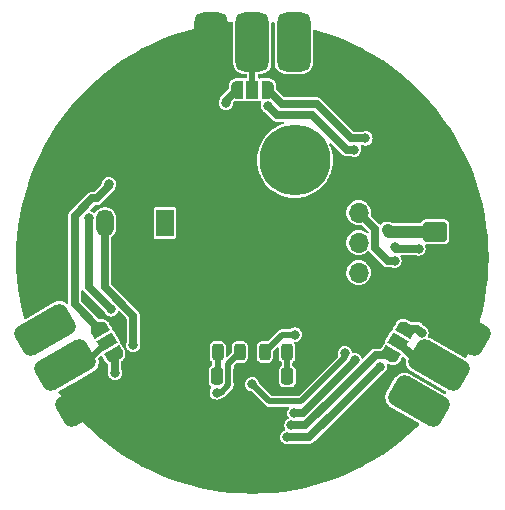
<source format=gbr>
%TF.GenerationSoftware,KiCad,Pcbnew,(7.0.0)*%
%TF.CreationDate,2023-06-29T15:53:58-07:00*%
%TF.ProjectId,GlowPrism Corner PCB,476c6f77-5072-4697-936d-20436f726e65,rev?*%
%TF.SameCoordinates,Original*%
%TF.FileFunction,Copper,L2,Bot*%
%TF.FilePolarity,Positive*%
%FSLAX46Y46*%
G04 Gerber Fmt 4.6, Leading zero omitted, Abs format (unit mm)*
G04 Created by KiCad (PCBNEW (7.0.0)) date 2023-06-29 15:53:58*
%MOMM*%
%LPD*%
G01*
G04 APERTURE LIST*
G04 Aperture macros list*
%AMRoundRect*
0 Rectangle with rounded corners*
0 $1 Rounding radius*
0 $2 $3 $4 $5 $6 $7 $8 $9 X,Y pos of 4 corners*
0 Add a 4 corners polygon primitive as box body*
4,1,4,$2,$3,$4,$5,$6,$7,$8,$9,$2,$3,0*
0 Add four circle primitives for the rounded corners*
1,1,$1+$1,$2,$3*
1,1,$1+$1,$4,$5*
1,1,$1+$1,$6,$7*
1,1,$1+$1,$8,$9*
0 Add four rect primitives between the rounded corners*
20,1,$1+$1,$2,$3,$4,$5,0*
20,1,$1+$1,$4,$5,$6,$7,0*
20,1,$1+$1,$6,$7,$8,$9,0*
20,1,$1+$1,$8,$9,$2,$3,0*%
%AMRotRect*
0 Rectangle, with rotation*
0 The origin of the aperture is its center*
0 $1 length*
0 $2 width*
0 $3 Rotation angle, in degrees counterclockwise*
0 Add horizontal line*
21,1,$1,$2,0,0,$3*%
%AMFreePoly0*
4,1,19,0.550000,-0.750000,0.000000,-0.750000,-0.000001,-0.744911,-0.071157,-0.744911,-0.207708,-0.704817,-0.327430,-0.627875,-0.420627,-0.520320,-0.479746,-0.390866,-0.500000,-0.250000,-0.500000,0.250000,-0.479746,0.390866,-0.420627,0.520320,-0.327430,0.627875,-0.207707,0.704816,-0.071157,0.744911,0.000001,0.744911,0.000000,0.750000,0.550000,0.750000,0.550000,-0.750000,0.550000,-0.750000,
$1*%
%AMFreePoly1*
4,1,19,0.000001,0.744911,0.071157,0.744911,0.207708,0.704817,0.327430,0.627875,0.420627,0.520320,0.479746,0.390866,0.500000,0.250000,0.500000,-0.250000,0.479746,-0.390866,0.420627,-0.520320,0.327430,-0.627875,0.207707,-0.704816,0.071157,-0.744911,-0.000001,-0.744911,0.000000,-0.750000,-0.550000,-0.750000,-0.550000,0.750000,0.000000,0.750000,0.000001,0.744911,0.000001,0.744911,
$1*%
G04 Aperture macros list end*
%TA.AperFunction,SMDPad,CuDef*%
%ADD10RoundRect,0.700000X1.908846X-0.293782X-1.208846X1.506218X-1.908846X0.293782X1.208846X-1.506218X0*%
%TD*%
%TA.AperFunction,ComponentPad*%
%ADD11R,1.700000X1.700000*%
%TD*%
%TA.AperFunction,ComponentPad*%
%ADD12O,1.700000X1.700000*%
%TD*%
%TA.AperFunction,ComponentPad*%
%ADD13RoundRect,0.250000X-0.750000X0.600000X-0.750000X-0.600000X0.750000X-0.600000X0.750000X0.600000X0*%
%TD*%
%TA.AperFunction,ComponentPad*%
%ADD14O,2.000000X1.700000*%
%TD*%
%TA.AperFunction,ComponentPad*%
%ADD15C,5.600000*%
%TD*%
%TA.AperFunction,ComponentPad*%
%ADD16R,1.500000X2.300000*%
%TD*%
%TA.AperFunction,ComponentPad*%
%ADD17O,1.500000X2.300000*%
%TD*%
%TA.AperFunction,SMDPad,CuDef*%
%ADD18RoundRect,0.250000X-0.250000X-0.475000X0.250000X-0.475000X0.250000X0.475000X-0.250000X0.475000X0*%
%TD*%
%TA.AperFunction,ComponentPad*%
%ADD19RoundRect,1.500000X-1.500000X-1.500000X1.500000X-1.500000X1.500000X1.500000X-1.500000X1.500000X0*%
%TD*%
%TA.AperFunction,ComponentPad*%
%ADD20C,6.000000*%
%TD*%
%TA.AperFunction,SMDPad,CuDef*%
%ADD21FreePoly0,120.000000*%
%TD*%
%TA.AperFunction,SMDPad,CuDef*%
%ADD22RotRect,1.000000X1.500000X120.000000*%
%TD*%
%TA.AperFunction,SMDPad,CuDef*%
%ADD23FreePoly1,120.000000*%
%TD*%
%TA.AperFunction,SMDPad,CuDef*%
%ADD24RoundRect,0.243750X-0.243750X-0.456250X0.243750X-0.456250X0.243750X0.456250X-0.243750X0.456250X0*%
%TD*%
%TA.AperFunction,SMDPad,CuDef*%
%ADD25FreePoly0,240.000000*%
%TD*%
%TA.AperFunction,SMDPad,CuDef*%
%ADD26RotRect,1.000000X1.500000X240.000000*%
%TD*%
%TA.AperFunction,SMDPad,CuDef*%
%ADD27FreePoly1,240.000000*%
%TD*%
%TA.AperFunction,SMDPad,CuDef*%
%ADD28RoundRect,0.243750X0.243750X0.456250X-0.243750X0.456250X-0.243750X-0.456250X0.243750X-0.456250X0*%
%TD*%
%TA.AperFunction,SMDPad,CuDef*%
%ADD29RoundRect,0.250000X0.250000X0.475000X-0.250000X0.475000X-0.250000X-0.475000X0.250000X-0.475000X0*%
%TD*%
%TA.AperFunction,SMDPad,CuDef*%
%ADD30RoundRect,0.700000X-0.700000X1.800000X-0.700000X-1.800000X0.700000X-1.800000X0.700000X1.800000X0*%
%TD*%
%TA.AperFunction,SMDPad,CuDef*%
%ADD31FreePoly0,0.000000*%
%TD*%
%TA.AperFunction,SMDPad,CuDef*%
%ADD32R,1.000000X1.500000*%
%TD*%
%TA.AperFunction,SMDPad,CuDef*%
%ADD33FreePoly1,0.000000*%
%TD*%
%TA.AperFunction,SMDPad,CuDef*%
%ADD34RoundRect,0.700000X-1.208846X-1.506218X1.908846X0.293782X1.208846X1.506218X-1.908846X-0.293782X0*%
%TD*%
%TA.AperFunction,ViaPad*%
%ADD35C,0.800000*%
%TD*%
%TA.AperFunction,Conductor*%
%ADD36C,1.000000*%
%TD*%
%TA.AperFunction,Conductor*%
%ADD37C,2.000000*%
%TD*%
%TA.AperFunction,Conductor*%
%ADD38C,5.000000*%
%TD*%
%TA.AperFunction,Conductor*%
%ADD39C,0.500000*%
%TD*%
%TA.AperFunction,Conductor*%
%ADD40C,0.700000*%
%TD*%
G04 APERTURE END LIST*
D10*
%TO.P,J3,1,Pin_1*%
%TO.N,GND*%
X17572284Y-6103911D03*
%TO.P,J3,2,Pin_2*%
%TO.N,Net-(J3-Pin_2)*%
X15822284Y-9135000D03*
%TO.P,J3,3,Pin_3*%
%TO.N,VCC*%
X14072284Y-12166089D03*
%TD*%
D11*
%TO.P,J8,1,Pin_1*%
%TO.N,GND*%
X8999999Y-3809999D03*
D12*
%TO.P,J8,2,Pin_2*%
%TO.N,AInput*%
X8999999Y-1269999D03*
%TO.P,J8,3,Pin_3*%
%TO.N,unconnected-(J8-Pin_3-Pad3)*%
X8999999Y1269999D03*
%TO.P,J8,4,Pin_4*%
%TO.N,+5V*%
X8999999Y3809999D03*
%TD*%
D13*
%TO.P,J9,1,Pin_1*%
%TO.N,VCC*%
X15468600Y2184400D03*
D14*
%TO.P,J9,2,Pin_2*%
%TO.N,GND*%
X15468599Y-315599D03*
%TD*%
D15*
%TO.P,H2,1,1*%
%TO.N,GND*%
X14722432Y8500000D03*
%TD*%
D16*
%TO.P,U1,1,IN*%
%TO.N,VCC*%
X-7416799Y2895599D03*
D17*
%TO.P,U1,2,GND*%
%TO.N,GND*%
X-9956799Y2895599D03*
%TO.P,U1,3,OUT*%
%TO.N,+5V*%
X-12496799Y2895599D03*
%TD*%
D15*
%TO.P,H1,1,1*%
%TO.N,GND*%
X0Y-17000000D03*
%TD*%
%TO.P,H3,1,1*%
%TO.N,GND*%
X-14722432Y8500000D03*
%TD*%
D18*
%TO.P,R3,1*%
%TO.N,Net-(D4-K)*%
X-2997200Y-10058400D03*
%TO.P,R3,2*%
%TO.N,GND*%
X-1097200Y-10058400D03*
%TD*%
D19*
%TO.P,J7,1,Pin_1*%
%TO.N,GND*%
X-3600000Y8250000D03*
D20*
%TO.P,J7,2,Pin_2*%
%TO.N,VCC*%
X3600000Y8250000D03*
%TD*%
D21*
%TO.P,JP5,1,A*%
%TO.N,Net-(JP4-A)*%
X-11669000Y-8288633D03*
D22*
%TO.P,JP5,2,C*%
%TO.N,Net-(J1-Pin_2)*%
X-12318999Y-7162799D03*
D23*
%TO.P,JP5,3,B*%
%TO.N,Net-(JP3-B)*%
X-12969000Y-6036967D03*
%TD*%
D24*
%TO.P,D4,1,K*%
%TO.N,Net-(D4-K)*%
X-2937500Y-8000000D03*
%TO.P,D4,2,A*%
%TO.N,+5V*%
X-1062500Y-8000000D03*
%TD*%
D25*
%TO.P,JP7,1,A*%
%TO.N,Net-(JP3-A)*%
X12994400Y-6011567D03*
D26*
%TO.P,JP7,2,C*%
%TO.N,Net-(J3-Pin_2)*%
X12344399Y-7137399D03*
D27*
%TO.P,JP7,3,B*%
%TO.N,Net-(JP2-B)*%
X11694400Y-8263233D03*
%TD*%
D28*
%TO.P,D5,1,K*%
%TO.N,Net-(D5-K)*%
X2937500Y-8000000D03*
%TO.P,D5,2,A*%
%TO.N,VCC*%
X1062500Y-8000000D03*
%TD*%
D29*
%TO.P,R4,1*%
%TO.N,Net-(D5-K)*%
X2956600Y-10058400D03*
%TO.P,R4,2*%
%TO.N,GND*%
X1056600Y-10058400D03*
%TD*%
D30*
%TO.P,J2,1,Pin_1*%
%TO.N,GND*%
X-3500000Y18270000D03*
%TO.P,J2,2,Pin_2*%
%TO.N,Net-(J2-Pin_2)*%
X0Y18270000D03*
%TO.P,J2,3,Pin_3*%
%TO.N,VCC*%
X3500000Y18270000D03*
%TD*%
D31*
%TO.P,JP6,1,A*%
%TO.N,Net-(JP2-A)*%
X-1295400Y14224000D03*
D32*
%TO.P,JP6,2,C*%
%TO.N,Net-(J2-Pin_2)*%
X4599Y14223999D03*
D33*
%TO.P,JP6,3,B*%
%TO.N,Net-(JP4-B)*%
X1304600Y14224000D03*
%TD*%
D34*
%TO.P,J1,1,Pin_1*%
%TO.N,GND*%
X-14072284Y-12166089D03*
%TO.P,J1,2,Pin_2*%
%TO.N,Net-(J1-Pin_2)*%
X-15822284Y-9135000D03*
%TO.P,J1,3,Pin_3*%
%TO.N,VCC*%
X-17572284Y-6103911D03*
%TD*%
D35*
%TO.N,GND*%
X12115800Y12446000D03*
%TO.N,VCC*%
X11450000Y2336800D03*
%TO.N,Net-(JP3-A)*%
X8626300Y9134300D03*
%TO.N,Net-(JP4-B)*%
X9575800Y10083800D03*
%TO.N,AInput*%
X7836733Y-8094778D03*
X-17919Y-10737900D03*
%TO.N,VCC*%
X3600000Y-6527800D03*
%TO.N,+5V*%
X-10079038Y-7423220D03*
X-3022600Y-11430000D03*
X3556000Y-13182600D03*
X12039600Y-279400D03*
X8667219Y-8692618D03*
%TO.N,Net-(JP2-B)*%
X3303206Y-14222794D03*
%TO.N,Net-(JP4-A)*%
X-11607800Y-9779000D03*
X10792535Y-9252895D03*
X2949308Y-15211692D03*
%TO.N,Net-(JP3-A)*%
X12065000Y889000D03*
X14071600Y762000D03*
X14322580Y-6362250D03*
%TO.N,VCC*%
X4191000Y16738600D03*
X2895600Y18846800D03*
X4216400Y18846800D03*
X12984600Y-10761178D03*
X-15849600Y-5740400D03*
X2870200Y16738600D03*
X12425800Y-11827978D03*
X-18059400Y-5740400D03*
X-17526000Y-6705600D03*
X3581400Y17805400D03*
X-16383000Y-4775200D03*
X14274800Y-12877800D03*
X-16967200Y-5740400D03*
X13741400Y-11836400D03*
X14833600Y-11811000D03*
%TO.N,GND*%
X-12349600Y-11802578D03*
X15925800Y-5765800D03*
X939800Y11557000D03*
X18415000Y-5791200D03*
X-5308600Y-13716000D03*
X-13462000Y-11811000D03*
X-2794000Y18796000D03*
X-5308600Y-11303000D03*
X16484600Y-4699000D03*
X-3454400Y17729200D03*
X17856200Y-6858000D03*
X-4129800Y16738600D03*
X2819400Y14020800D03*
X-2809000Y16738600D03*
X17170400Y-5765800D03*
X-12883000Y-10837378D03*
X-14630400Y-11912600D03*
X-5308600Y-12573000D03*
X-4114800Y18796000D03*
X-14097000Y-12877800D03*
%TO.N,Net-(JP2-A)*%
X-2235200Y13081000D03*
X-11963400Y-4394200D03*
X-13844614Y3363050D03*
%TO.N,Net-(JP3-A)*%
X1301523Y12853085D03*
%TO.N,Net-(JP3-B)*%
X-12163998Y6220398D03*
%TD*%
D36*
%TO.N,VCC*%
X15468600Y2184400D02*
X11602400Y2184400D01*
D37*
%TO.N,GND*%
X18168346Y-5507849D02*
X17572284Y-6103911D01*
X18168346Y5054086D02*
X18168346Y-5507849D01*
X14722432Y8500000D02*
X18168346Y5054086D01*
D38*
X3494049Y-685800D02*
X5450000Y-685800D01*
X3444695Y-735154D02*
X3494049Y-685800D01*
X-3600000Y-735154D02*
X3444695Y-735154D01*
D37*
X15214600Y-3810000D02*
X17170400Y-5765800D01*
X9000000Y-3810000D02*
X15214600Y-3810000D01*
X7696200Y-3810000D02*
X9000000Y-3810000D01*
X6375400Y4112765D02*
X6375400Y-2489200D01*
X10762635Y8500000D02*
X6375400Y4112765D01*
X14722432Y8500000D02*
X10762635Y8500000D01*
X6375400Y-2489200D02*
X7696200Y-3810000D01*
D39*
X10776432Y12446000D02*
X9303232Y13919200D01*
X12115800Y12446000D02*
X10776432Y12446000D01*
D36*
%TO.N,VCC*%
X11602400Y2184400D02*
X11450000Y2336800D01*
D40*
%TO.N,Net-(JP3-A)*%
X7986159Y9134300D02*
X5070459Y12050000D01*
X8626300Y9134300D02*
X7986159Y9134300D01*
%TO.N,Net-(JP4-B)*%
X8379456Y10083800D02*
X8063228Y10400028D01*
X9575800Y10083800D02*
X8379456Y10083800D01*
X5443557Y13019699D02*
X8063228Y10400028D01*
D39*
%TO.N,AInput*%
X7836733Y-8094778D02*
X7836733Y-8461738D01*
X7836733Y-8461738D02*
X4110635Y-12187836D01*
X4110635Y-12187836D02*
X1432017Y-12187836D01*
X1432017Y-12187836D02*
X-17919Y-10737900D01*
%TO.N,VCC*%
X1062500Y-8000000D02*
X2534700Y-6527800D01*
X2534700Y-6527800D02*
X3600000Y-6527800D01*
D40*
%TO.N,+5V*%
X3556000Y-13182600D02*
X4247241Y-13182600D01*
X8702221Y-8727620D02*
X8667219Y-8692618D01*
X4247241Y-13182600D02*
X8702221Y-8727620D01*
X10400000Y776000D02*
X11455400Y-279400D01*
X10400000Y2410000D02*
X10400000Y776000D01*
X9000000Y3810000D02*
X10400000Y2410000D01*
X11455400Y-279400D02*
X12039600Y-279400D01*
X-10079038Y-4935059D02*
X-12496800Y-2517297D01*
X-12496800Y-2517297D02*
X-12496800Y2895600D01*
X-10079038Y-7423220D02*
X-10079038Y-4935059D01*
D39*
X-2047200Y-10823349D02*
X-2653851Y-11430000D01*
X-1062500Y-8000000D02*
X-2047200Y-8984700D01*
X-2653851Y-11430000D02*
X-3022600Y-11430000D01*
X-2047200Y-8984700D02*
X-2047200Y-10823349D01*
D38*
%TO.N,GND*%
X-3600000Y-735154D02*
X-3600000Y8500000D01*
X-6197200Y-3332354D02*
X-3600000Y-735154D01*
X-6197200Y-11755330D02*
X-6197200Y-3332354D01*
X-11469023Y-13208000D02*
X-7649870Y-13208000D01*
X-7649870Y-13208000D02*
X-6197200Y-11755330D01*
X-11804642Y-12914778D02*
X-11469023Y-13208000D01*
D40*
%TO.N,Net-(JP2-B)*%
X4479839Y-14222794D02*
X7054534Y-11648099D01*
X3303206Y-14222794D02*
X4479839Y-14222794D01*
%TO.N,Net-(JP4-A)*%
X-11669000Y-8288633D02*
X-11669000Y-9717800D01*
X-11669000Y-9717800D02*
X-11607800Y-9779000D01*
X7497830Y-12547600D02*
X10792535Y-9252895D01*
X4833738Y-15211692D02*
X7497830Y-12547600D01*
X2949308Y-15211692D02*
X4833738Y-15211692D01*
%TO.N,Net-(JP3-A)*%
X14071600Y762000D02*
X12192000Y762000D01*
X12192000Y762000D02*
X12065000Y889000D01*
X13971897Y-6011567D02*
X14322580Y-6362250D01*
X12994400Y-6011567D02*
X13971897Y-6011567D01*
D38*
%TO.N,GND*%
X-7061200Y14122400D02*
X-4199855Y16983745D01*
X-7061200Y11912600D02*
X-7061200Y14122400D01*
X-3600000Y8451400D02*
X-7061200Y11912600D01*
X-3600000Y8250000D02*
X-3600000Y8451400D01*
D40*
X3606800Y13919200D02*
X2921000Y13919200D01*
X2921000Y13919200D02*
X2819400Y14020800D01*
X9303232Y13919200D02*
X3606800Y13919200D01*
D39*
%TO.N,Net-(D4-K)*%
X-2937500Y-8000000D02*
X-2937500Y-9998700D01*
X-2937500Y-9998700D02*
X-2997200Y-10058400D01*
%TO.N,Net-(D5-K)*%
X2937500Y-10039300D02*
X2956600Y-10058400D01*
X2937500Y-8000000D02*
X2937500Y-10039300D01*
%TO.N,Net-(J1-Pin_2)*%
X-14291200Y-9135000D02*
X-12319000Y-7162800D01*
X-15822284Y-9135000D02*
X-14291200Y-9135000D01*
%TO.N,Net-(J2-Pin_2)*%
X0Y14228600D02*
X4600Y14224000D01*
X0Y18270000D02*
X0Y14228600D01*
D40*
%TO.N,Net-(J3-Pin_2)*%
X15822284Y-9135000D02*
X14369818Y-9135000D01*
X14369818Y-9135000D02*
X12358309Y-7123491D01*
%TO.N,Net-(JP2-A)*%
X-13844614Y3363050D02*
X-13844614Y-2512986D01*
X-2235200Y13081000D02*
X-2235200Y13284200D01*
X-2235200Y13284200D02*
X-1295400Y14224000D01*
X-13844614Y-2512986D02*
X-11963400Y-4394200D01*
%TO.N,Net-(JP2-B)*%
X11694400Y-8263233D02*
X10439400Y-8263233D01*
X10439400Y-8263233D02*
X7054534Y-11648099D01*
%TO.N,Net-(JP3-A)*%
X2104608Y12050000D02*
X1301523Y12853085D01*
X5070459Y12050000D02*
X2104608Y12050000D01*
%TO.N,Net-(JP3-B)*%
X-13182600Y5003800D02*
X-13547367Y5003800D01*
X-12163998Y6022402D02*
X-13182600Y5003800D01*
X-15036800Y-3969167D02*
X-12969000Y-6036967D01*
X-15036800Y3514367D02*
X-15036800Y-3969167D01*
X-12163998Y6220398D02*
X-12163998Y6022402D01*
X-13547367Y5003800D02*
X-15036800Y3514367D01*
%TO.N,Net-(JP4-B)*%
X1304600Y14224000D02*
X1304600Y14192804D01*
X1304600Y14192804D02*
X2477705Y13019699D01*
X2477705Y13019699D02*
X5443557Y13019699D01*
%TD*%
%TA.AperFunction,Conductor*%
%TO.N,GND*%
G36*
X1790538Y19919136D02*
G01*
X1794963Y19918737D01*
X1811585Y19916864D01*
X1856269Y19900284D01*
X1888028Y19864746D01*
X1899500Y19818487D01*
X1899500Y16408929D01*
X1899500Y16408903D01*
X1899501Y16406980D01*
X1899652Y16405059D01*
X1899653Y16405037D01*
X1905332Y16332875D01*
X1905688Y16328355D01*
X1906860Y16323979D01*
X1906861Y16323976D01*
X1945816Y16178591D01*
X1954680Y16145512D01*
X1957028Y16140903D01*
X1957031Y16140896D01*
X2038263Y15981470D01*
X2038265Y15981466D01*
X2040617Y15976851D01*
X2043876Y15972825D01*
X2043881Y15972819D01*
X2156473Y15833780D01*
X2156477Y15833775D01*
X2159743Y15829743D01*
X2163775Y15826477D01*
X2163780Y15826473D01*
X2302819Y15713881D01*
X2302825Y15713876D01*
X2306851Y15710617D01*
X2311466Y15708265D01*
X2311470Y15708263D01*
X2470896Y15627031D01*
X2470903Y15627028D01*
X2475512Y15624680D01*
X2480510Y15623340D01*
X2480515Y15623339D01*
X2653975Y15576861D01*
X2653981Y15576859D01*
X2658355Y15575688D01*
X2662872Y15575332D01*
X2662875Y15575332D01*
X2735039Y15569652D01*
X2735056Y15569651D01*
X2736979Y15569500D01*
X2738926Y15569500D01*
X2738927Y15569500D01*
X4261070Y15569500D01*
X4261095Y15569500D01*
X4263020Y15569501D01*
X4264941Y15569652D01*
X4264962Y15569653D01*
X4337124Y15575332D01*
X4337126Y15575332D01*
X4341645Y15575688D01*
X4346023Y15576861D01*
X4519484Y15623339D01*
X4519485Y15623339D01*
X4524488Y15624680D01*
X4529099Y15627029D01*
X4529103Y15627031D01*
X4688529Y15708263D01*
X4693149Y15710617D01*
X4840257Y15829743D01*
X4959383Y15976851D01*
X5045320Y16145512D01*
X5094312Y16328355D01*
X5100500Y16406979D01*
X5100499Y19207196D01*
X5118121Y19263575D01*
X5164713Y19299883D01*
X5223688Y19303195D01*
X5318448Y19279318D01*
X5322731Y19278136D01*
X6178054Y19021294D01*
X6182280Y19019921D01*
X7025225Y18724962D01*
X7029384Y18723401D01*
X7858241Y18390923D01*
X7862326Y18389177D01*
X8675421Y18019852D01*
X8679424Y18017925D01*
X9475171Y17612471D01*
X9479083Y17610365D01*
X10255783Y17169650D01*
X10259597Y17167372D01*
X11015788Y16692226D01*
X11019496Y16689778D01*
X11753581Y16181202D01*
X11757175Y16178591D01*
X12467710Y15637589D01*
X12471184Y15634819D01*
X13156747Y15062470D01*
X13160092Y15059547D01*
X13819255Y14457045D01*
X13822467Y14453975D01*
X14453975Y13822467D01*
X14457045Y13819255D01*
X15059547Y13160092D01*
X15062470Y13156747D01*
X15634819Y12471184D01*
X15637589Y12467710D01*
X16178591Y11757175D01*
X16181202Y11753581D01*
X16689778Y11019496D01*
X16692226Y11015788D01*
X17167372Y10259597D01*
X17169650Y10255783D01*
X17610365Y9479083D01*
X17612471Y9475171D01*
X18017925Y8679424D01*
X18019852Y8675421D01*
X18389177Y7862326D01*
X18390923Y7858241D01*
X18723401Y7029384D01*
X18724962Y7025225D01*
X19019921Y6182280D01*
X19021294Y6178054D01*
X19278134Y5322736D01*
X19279316Y5318454D01*
X19497526Y4452467D01*
X19498515Y4448135D01*
X19677655Y3573220D01*
X19678448Y3568849D01*
X19818150Y2686805D01*
X19818747Y2682402D01*
X19918739Y1794944D01*
X19919137Y1790520D01*
X19979213Y899483D01*
X19979412Y895044D01*
X19999450Y2221D01*
X19999450Y-2221D01*
X19979412Y-895044D01*
X19979213Y-899483D01*
X19919137Y-1790520D01*
X19918739Y-1794944D01*
X19818747Y-2682402D01*
X19818150Y-2686805D01*
X19678448Y-3568849D01*
X19677655Y-3573220D01*
X19498515Y-4448135D01*
X19497526Y-4452467D01*
X19279316Y-5318454D01*
X19278134Y-5322736D01*
X19021294Y-6178054D01*
X19019921Y-6182280D01*
X18724962Y-7025225D01*
X18723401Y-7029384D01*
X18390923Y-7858241D01*
X18389177Y-7862326D01*
X18108075Y-8481189D01*
X18072888Y-8522597D01*
X18021146Y-8539195D01*
X17968438Y-8525984D01*
X15010791Y-6818387D01*
X15010789Y-6818386D01*
X15009111Y-6817417D01*
X15007364Y-6816583D01*
X15007357Y-6816580D01*
X14942018Y-6785415D01*
X14942019Y-6785415D01*
X14937926Y-6783463D01*
X14933546Y-6782289D01*
X14933537Y-6782286D01*
X14921095Y-6778952D01*
X14873728Y-6750209D01*
X14849223Y-6700517D01*
X14855254Y-6645442D01*
X14907624Y-6519012D01*
X14928262Y-6362250D01*
X14907624Y-6205488D01*
X14847116Y-6059409D01*
X14750862Y-5933968D01*
X14625421Y-5837714D01*
X14619427Y-5835231D01*
X14619425Y-5835230D01*
X14560219Y-5810706D01*
X14528101Y-5789246D01*
X14368992Y-5630137D01*
X14366643Y-5627706D01*
X14327199Y-5585471D01*
X14327195Y-5585468D01*
X14322577Y-5580523D01*
X14286382Y-5558512D01*
X14278002Y-5552809D01*
X14244239Y-5527206D01*
X14237941Y-5524722D01*
X14237939Y-5524721D01*
X14225550Y-5519835D01*
X14210436Y-5512328D01*
X14209690Y-5511874D01*
X14193279Y-5501895D01*
X14152481Y-5490463D01*
X14142877Y-5487234D01*
X14109753Y-5474172D01*
X14109752Y-5474171D01*
X14103461Y-5471691D01*
X14096730Y-5470998D01*
X14096723Y-5470997D01*
X14083473Y-5469634D01*
X14066899Y-5466484D01*
X14054085Y-5462894D01*
X14054081Y-5462893D01*
X14047562Y-5461067D01*
X14040789Y-5461067D01*
X14005197Y-5461067D01*
X13995073Y-5460548D01*
X13959660Y-5456907D01*
X13959657Y-5456907D01*
X13952925Y-5456215D01*
X13946256Y-5457364D01*
X13946250Y-5457365D01*
X13933136Y-5459627D01*
X13916315Y-5461067D01*
X13476290Y-5461067D01*
X13426790Y-5447804D01*
X13297093Y-5372923D01*
X13179873Y-5305247D01*
X13168174Y-5297328D01*
X13159614Y-5290596D01*
X13156837Y-5288412D01*
X13106443Y-5259316D01*
X13103178Y-5258008D01*
X13103170Y-5258005D01*
X12976244Y-5207192D01*
X12976237Y-5207189D01*
X12972963Y-5205879D01*
X12969529Y-5205046D01*
X12969526Y-5205045D01*
X12919843Y-5192993D01*
X12919838Y-5192992D01*
X12916416Y-5192162D01*
X12912917Y-5191827D01*
X12912906Y-5191826D01*
X12776806Y-5178831D01*
X12776794Y-5178830D01*
X12773289Y-5178496D01*
X12769760Y-5178664D01*
X12718705Y-5181095D01*
X12718695Y-5181096D01*
X12715171Y-5181264D01*
X12711707Y-5181931D01*
X12711695Y-5181933D01*
X12577459Y-5207804D01*
X12577450Y-5207806D01*
X12573991Y-5208473D01*
X12570663Y-5209624D01*
X12570651Y-5209628D01*
X12522345Y-5226347D01*
X12522336Y-5226350D01*
X12519004Y-5227504D01*
X12515866Y-5229121D01*
X12515863Y-5229123D01*
X12394356Y-5291764D01*
X12394349Y-5291767D01*
X12391209Y-5293387D01*
X12388335Y-5295432D01*
X12388321Y-5295442D01*
X12346690Y-5325088D01*
X12346684Y-5325092D01*
X12343812Y-5327138D01*
X12341259Y-5329571D01*
X12341258Y-5329573D01*
X12242307Y-5423922D01*
X12242302Y-5423927D01*
X12239754Y-5426357D01*
X12237576Y-5429126D01*
X12237571Y-5429132D01*
X12205970Y-5469315D01*
X12205963Y-5469324D01*
X12203784Y-5472096D01*
X12202019Y-5475152D01*
X12202015Y-5475159D01*
X12167840Y-5534354D01*
X12167838Y-5534359D01*
X12131900Y-5596604D01*
X12131895Y-5596610D01*
X12131896Y-5596611D01*
X11939407Y-5930013D01*
X11892841Y-6010667D01*
X11891277Y-6015272D01*
X11891277Y-6015274D01*
X11870336Y-6076963D01*
X11870335Y-6076966D01*
X11867202Y-6086198D01*
X11867839Y-6095925D01*
X11867729Y-6096764D01*
X11855312Y-6133338D01*
X11829846Y-6162378D01*
X11829174Y-6162892D01*
X11820433Y-6167204D01*
X11814008Y-6174529D01*
X11814003Y-6174534D01*
X11784324Y-6208377D01*
X11784319Y-6208383D01*
X11781117Y-6212035D01*
X11778691Y-6216235D01*
X11778685Y-6216245D01*
X11263799Y-7108055D01*
X11263796Y-7108060D01*
X11261369Y-7112265D01*
X11259807Y-7116863D01*
X11259806Y-7116868D01*
X11245336Y-7159495D01*
X11245335Y-7159497D01*
X11242202Y-7168729D01*
X11242839Y-7178456D01*
X11242729Y-7179295D01*
X11230312Y-7215869D01*
X11204846Y-7244909D01*
X11204175Y-7245423D01*
X11195433Y-7249735D01*
X11189006Y-7257063D01*
X11189004Y-7257065D01*
X11146049Y-7306046D01*
X11146045Y-7306051D01*
X11142841Y-7309705D01*
X11140409Y-7313916D01*
X11140407Y-7313920D01*
X11020492Y-7521619D01*
X10939131Y-7662541D01*
X10938731Y-7663233D01*
X10902495Y-7699470D01*
X10852995Y-7712733D01*
X10450479Y-7712733D01*
X10447099Y-7712675D01*
X10389344Y-7710702D01*
X10389342Y-7710702D01*
X10382574Y-7710471D01*
X10343204Y-7720065D01*
X10341419Y-7720500D01*
X10331463Y-7722392D01*
X10296184Y-7727241D01*
X10296180Y-7727242D01*
X10289480Y-7728163D01*
X10283278Y-7730856D01*
X10283270Y-7730859D01*
X10271053Y-7736166D01*
X10255060Y-7741544D01*
X10242127Y-7744696D01*
X10242122Y-7744697D01*
X10235548Y-7746300D01*
X10229649Y-7749616D01*
X10229648Y-7749617D01*
X10198621Y-7767062D01*
X10189548Y-7771568D01*
X10156894Y-7785752D01*
X10156884Y-7785757D01*
X10150680Y-7788453D01*
X10145429Y-7792724D01*
X10145427Y-7792726D01*
X10135096Y-7801131D01*
X10121144Y-7810626D01*
X10109542Y-7817149D01*
X10109536Y-7817152D01*
X10103641Y-7820468D01*
X10098858Y-7825250D01*
X10098851Y-7825256D01*
X10073676Y-7850430D01*
X10066155Y-7857217D01*
X10038547Y-7879678D01*
X10038540Y-7879684D01*
X10033292Y-7883955D01*
X10029389Y-7889482D01*
X10029385Y-7889488D01*
X10021708Y-7900364D01*
X10010835Y-7913272D01*
X9396861Y-8527246D01*
X9355595Y-8551979D01*
X9307543Y-8554340D01*
X9264052Y-8533770D01*
X9235393Y-8495128D01*
X9202990Y-8416900D01*
X9191755Y-8389777D01*
X9095501Y-8264336D01*
X8970060Y-8168082D01*
X8964066Y-8165599D01*
X8964064Y-8165598D01*
X8829978Y-8110058D01*
X8829977Y-8110057D01*
X8823981Y-8107574D01*
X8817550Y-8106727D01*
X8817545Y-8106726D01*
X8673653Y-8087783D01*
X8667219Y-8086936D01*
X8660785Y-8087783D01*
X8543383Y-8103239D01*
X8492575Y-8096550D01*
X8451919Y-8065353D01*
X8432308Y-8018008D01*
X8430698Y-8005779D01*
X8421777Y-7938016D01*
X8361269Y-7791937D01*
X8265015Y-7666496D01*
X8247881Y-7653349D01*
X8144722Y-7574192D01*
X8144721Y-7574191D01*
X8139574Y-7570242D01*
X8133580Y-7567759D01*
X8133578Y-7567758D01*
X7999492Y-7512218D01*
X7999491Y-7512217D01*
X7993495Y-7509734D01*
X7987064Y-7508887D01*
X7987059Y-7508886D01*
X7843167Y-7489943D01*
X7836733Y-7489096D01*
X7830299Y-7489943D01*
X7686406Y-7508886D01*
X7686399Y-7508887D01*
X7679971Y-7509734D01*
X7673976Y-7512217D01*
X7673973Y-7512218D01*
X7539887Y-7567758D01*
X7539882Y-7567760D01*
X7533892Y-7570242D01*
X7528748Y-7574189D01*
X7528743Y-7574192D01*
X7413604Y-7662541D01*
X7413599Y-7662545D01*
X7408451Y-7666496D01*
X7404500Y-7671644D01*
X7404496Y-7671649D01*
X7316147Y-7786788D01*
X7316144Y-7786793D01*
X7312197Y-7791937D01*
X7309715Y-7797927D01*
X7309713Y-7797932D01*
X7254173Y-7932018D01*
X7251689Y-7938016D01*
X7250842Y-7944444D01*
X7250841Y-7944451D01*
X7234189Y-8070943D01*
X7231051Y-8094778D01*
X7231898Y-8101212D01*
X7241221Y-8172032D01*
X7251689Y-8251540D01*
X7254169Y-8257529D01*
X7254170Y-8257530D01*
X7272692Y-8302247D01*
X7278325Y-8359446D01*
X7251231Y-8410135D01*
X3953028Y-11708340D01*
X3920910Y-11729800D01*
X3883024Y-11737336D01*
X1659628Y-11737336D01*
X1621742Y-11729800D01*
X1589624Y-11708340D01*
X606761Y-10725477D01*
X587974Y-10699259D01*
X578612Y-10668394D01*
X567125Y-10581138D01*
X506617Y-10435059D01*
X410363Y-10309618D01*
X284922Y-10213364D01*
X278928Y-10210881D01*
X278926Y-10210880D01*
X144840Y-10155340D01*
X144839Y-10155339D01*
X138843Y-10152856D01*
X132412Y-10152009D01*
X132407Y-10152008D01*
X-11485Y-10133065D01*
X-17919Y-10132218D01*
X-24353Y-10133065D01*
X-168245Y-10152008D01*
X-168250Y-10152009D01*
X-174681Y-10152856D01*
X-180677Y-10155339D01*
X-180678Y-10155340D01*
X-314764Y-10210880D01*
X-314766Y-10210881D01*
X-320760Y-10213364D01*
X-446201Y-10309618D01*
X-542455Y-10435059D01*
X-602963Y-10581138D01*
X-607039Y-10612102D01*
X-621965Y-10725477D01*
X-623601Y-10737900D01*
X-622754Y-10744334D01*
X-621712Y-10752251D01*
X-602963Y-10894662D01*
X-542455Y-11040741D01*
X-446201Y-11166182D01*
X-320760Y-11262436D01*
X-174681Y-11322944D01*
X-87421Y-11334431D01*
X-56559Y-11343793D01*
X-30344Y-11362577D01*
X531895Y-11924817D01*
X1091646Y-12484568D01*
X1099043Y-12492846D01*
X1122138Y-12521806D01*
X1128265Y-12525983D01*
X1128268Y-12525986D01*
X1169761Y-12554276D01*
X1172780Y-12556418D01*
X1213163Y-12586222D01*
X1213165Y-12586223D01*
X1219135Y-12590629D01*
X1225728Y-12592935D01*
X1228564Y-12594367D01*
X1234344Y-12598308D01*
X1289442Y-12615302D01*
X1292910Y-12616443D01*
X1347318Y-12635482D01*
X1354299Y-12635743D01*
X1357438Y-12636276D01*
X1364115Y-12638336D01*
X1421733Y-12638336D01*
X1425435Y-12638405D01*
X1483027Y-12640560D01*
X1489439Y-12638841D01*
X1498452Y-12638336D01*
X3015962Y-12638336D01*
X3068241Y-12653265D01*
X3104752Y-12693549D01*
X3114485Y-12747039D01*
X3094504Y-12797603D01*
X3035414Y-12874609D01*
X3035408Y-12874618D01*
X3031464Y-12879759D01*
X3028982Y-12885749D01*
X3028980Y-12885754D01*
X2973440Y-13019840D01*
X2970956Y-13025838D01*
X2970109Y-13032266D01*
X2970108Y-13032273D01*
X2953498Y-13158446D01*
X2950318Y-13182600D01*
X2951165Y-13189034D01*
X2970108Y-13332926D01*
X2970109Y-13332931D01*
X2970956Y-13339362D01*
X3031464Y-13485441D01*
X3035413Y-13490588D01*
X3035414Y-13490589D01*
X3069337Y-13534799D01*
X3089700Y-13590747D01*
X3074290Y-13648257D01*
X3028681Y-13686528D01*
X3006364Y-13695772D01*
X3006357Y-13695775D01*
X3000365Y-13698258D01*
X2995221Y-13702205D01*
X2995216Y-13702208D01*
X2880077Y-13790557D01*
X2880072Y-13790561D01*
X2874924Y-13794512D01*
X2870973Y-13799660D01*
X2870969Y-13799665D01*
X2782620Y-13914804D01*
X2782617Y-13914809D01*
X2778670Y-13919953D01*
X2776188Y-13925943D01*
X2776186Y-13925948D01*
X2720646Y-14060034D01*
X2718162Y-14066032D01*
X2717315Y-14072460D01*
X2717314Y-14072467D01*
X2703535Y-14177135D01*
X2697524Y-14222794D01*
X2698371Y-14229228D01*
X2717314Y-14373120D01*
X2717315Y-14373125D01*
X2718162Y-14379556D01*
X2720643Y-14385547D01*
X2720646Y-14385556D01*
X2778529Y-14525297D01*
X2785218Y-14576104D01*
X2765607Y-14623449D01*
X2724952Y-14654646D01*
X2652459Y-14684674D01*
X2646467Y-14687156D01*
X2641323Y-14691103D01*
X2641318Y-14691106D01*
X2526179Y-14779455D01*
X2526174Y-14779459D01*
X2521026Y-14783410D01*
X2517075Y-14788558D01*
X2517071Y-14788563D01*
X2428722Y-14903702D01*
X2428719Y-14903707D01*
X2424772Y-14908851D01*
X2422290Y-14914841D01*
X2422288Y-14914846D01*
X2366748Y-15048932D01*
X2364264Y-15054930D01*
X2363417Y-15061358D01*
X2363416Y-15061365D01*
X2363271Y-15062470D01*
X2343626Y-15211692D01*
X2344473Y-15218126D01*
X2363416Y-15362018D01*
X2363417Y-15362023D01*
X2364264Y-15368454D01*
X2424772Y-15514533D01*
X2428721Y-15519680D01*
X2428722Y-15519681D01*
X2509145Y-15624491D01*
X2521026Y-15639974D01*
X2646467Y-15736228D01*
X2792546Y-15796736D01*
X2949308Y-15817374D01*
X3106070Y-15796736D01*
X3171272Y-15769728D01*
X3209159Y-15762192D01*
X4822659Y-15762192D01*
X4826039Y-15762250D01*
X4890564Y-15764454D01*
X4931718Y-15754424D01*
X4941681Y-15752530D01*
X4983658Y-15746762D01*
X5002083Y-15738757D01*
X5018083Y-15733378D01*
X5018867Y-15733186D01*
X5037590Y-15728625D01*
X5074526Y-15707856D01*
X5083598Y-15703351D01*
X5122458Y-15686472D01*
X5138033Y-15673799D01*
X5151997Y-15664297D01*
X5169497Y-15654458D01*
X5186366Y-15637589D01*
X5199463Y-15624491D01*
X5206969Y-15617716D01*
X5239846Y-15590970D01*
X5251425Y-15574564D01*
X5262295Y-15561658D01*
X7833586Y-12990367D01*
X7833589Y-12990366D01*
X10998057Y-9825895D01*
X11030167Y-9804440D01*
X11095376Y-9777431D01*
X11220817Y-9681177D01*
X11317071Y-9555736D01*
X11377579Y-9409657D01*
X11398217Y-9252895D01*
X11377579Y-9096133D01*
X11375094Y-9090136D01*
X11374980Y-9089707D01*
X11378066Y-9028906D01*
X11416147Y-8981407D01*
X11474822Y-8965172D01*
X11525156Y-8983838D01*
X11526253Y-8982219D01*
X11529189Y-8984206D01*
X11531963Y-8986388D01*
X11535016Y-8988151D01*
X11535021Y-8988154D01*
X11551003Y-8997381D01*
X11582357Y-9015484D01*
X11585627Y-9016793D01*
X11585629Y-9016794D01*
X11650215Y-9042650D01*
X11715837Y-9068921D01*
X11772384Y-9082638D01*
X11915511Y-9096304D01*
X11973629Y-9093536D01*
X12114809Y-9066327D01*
X12169796Y-9047296D01*
X12297591Y-8981413D01*
X12344988Y-8947662D01*
X12449046Y-8848443D01*
X12485016Y-8802704D01*
X12520959Y-8740447D01*
X12541563Y-8704761D01*
X12613276Y-8580549D01*
X12703803Y-8423751D01*
X12747700Y-8383528D01*
X12806730Y-8375756D01*
X12859542Y-8403248D01*
X12937482Y-8481189D01*
X13007606Y-8551313D01*
X13033229Y-8595693D01*
X13033229Y-8646938D01*
X13026270Y-8672912D01*
X13019126Y-8699573D01*
X13018854Y-8704759D01*
X13018854Y-8704761D01*
X13009490Y-8883425D01*
X13009490Y-8883430D01*
X13009219Y-8888606D01*
X13010029Y-8893725D01*
X13010030Y-8893728D01*
X13038019Y-9070445D01*
X13038020Y-9070450D01*
X13038831Y-9075568D01*
X13040686Y-9080402D01*
X13040688Y-9080407D01*
X13092447Y-9215244D01*
X13106667Y-9252288D01*
X13109492Y-9256638D01*
X13109493Y-9256640D01*
X13111239Y-9259329D01*
X13209763Y-9411042D01*
X13343614Y-9544892D01*
X13408610Y-9589563D01*
X16335967Y-11279673D01*
X16366840Y-11297497D01*
X16404402Y-11336103D01*
X16416191Y-11388661D01*
X16398719Y-11439612D01*
X16341007Y-11522916D01*
X16304354Y-11554859D01*
X16256913Y-11565501D01*
X16210128Y-11552275D01*
X13260791Y-9849476D01*
X13260792Y-9849476D01*
X13259111Y-9848506D01*
X13257364Y-9847672D01*
X13257357Y-9847669D01*
X13192022Y-9816505D01*
X13192015Y-9816502D01*
X13187926Y-9814552D01*
X13183544Y-9813378D01*
X13183542Y-9813377D01*
X13010096Y-9766902D01*
X13010093Y-9766901D01*
X13005083Y-9765559D01*
X12999897Y-9765287D01*
X12999896Y-9765287D01*
X12821230Y-9755923D01*
X12821225Y-9755923D01*
X12816050Y-9755652D01*
X12810930Y-9756462D01*
X12810927Y-9756463D01*
X12634210Y-9784452D01*
X12634203Y-9784453D01*
X12629088Y-9785264D01*
X12624255Y-9787118D01*
X12624248Y-9787121D01*
X12457209Y-9851241D01*
X12457203Y-9851243D01*
X12452368Y-9853100D01*
X12448021Y-9855922D01*
X12448015Y-9855926D01*
X12297968Y-9953368D01*
X12297965Y-9953370D01*
X12293614Y-9956196D01*
X12289948Y-9959861D01*
X12289943Y-9959866D01*
X12162974Y-10086836D01*
X12162969Y-10086841D01*
X12159764Y-10090047D01*
X12157196Y-10093783D01*
X12157193Y-10093787D01*
X12116187Y-10153450D01*
X12116177Y-10153465D01*
X12115093Y-10155043D01*
X12114140Y-10156692D01*
X12114129Y-10156711D01*
X11353043Y-11474953D01*
X11353037Y-11474963D01*
X11352073Y-11476634D01*
X11351245Y-11478369D01*
X11351236Y-11478387D01*
X11320072Y-11543722D01*
X11320067Y-11543733D01*
X11318119Y-11547819D01*
X11316946Y-11552196D01*
X11316944Y-11552202D01*
X11270469Y-11725648D01*
X11270468Y-11725652D01*
X11269126Y-11730662D01*
X11268854Y-11735846D01*
X11268854Y-11735848D01*
X11259490Y-11914514D01*
X11259490Y-11914519D01*
X11259219Y-11919695D01*
X11260029Y-11924814D01*
X11260030Y-11924817D01*
X11288019Y-12101534D01*
X11288020Y-12101539D01*
X11288831Y-12106657D01*
X11290686Y-12111491D01*
X11290688Y-12111496D01*
X11334458Y-12225521D01*
X11356667Y-12283377D01*
X11459763Y-12442131D01*
X11593614Y-12575981D01*
X11658610Y-12620652D01*
X11660278Y-12621615D01*
X14080986Y-14019211D01*
X14121210Y-14063109D01*
X14128982Y-14122139D01*
X14101490Y-14174951D01*
X13822478Y-14453964D01*
X13819266Y-14457035D01*
X13160092Y-15059547D01*
X13156747Y-15062470D01*
X12471184Y-15634819D01*
X12467710Y-15637589D01*
X11757175Y-16178591D01*
X11753581Y-16181202D01*
X11019496Y-16689778D01*
X11015788Y-16692226D01*
X10259597Y-17167372D01*
X10255783Y-17169650D01*
X9479083Y-17610365D01*
X9475171Y-17612471D01*
X8679424Y-18017925D01*
X8675421Y-18019852D01*
X7862326Y-18389177D01*
X7858241Y-18390923D01*
X7029384Y-18723401D01*
X7025225Y-18724962D01*
X6182280Y-19019921D01*
X6178054Y-19021294D01*
X5322736Y-19278134D01*
X5318454Y-19279316D01*
X4452467Y-19497526D01*
X4448135Y-19498515D01*
X3573220Y-19677655D01*
X3568849Y-19678448D01*
X2686805Y-19818150D01*
X2682402Y-19818747D01*
X1794944Y-19918739D01*
X1790520Y-19919137D01*
X899483Y-19979213D01*
X895044Y-19979412D01*
X2221Y-19999450D01*
X-2221Y-19999450D01*
X-895044Y-19979412D01*
X-899483Y-19979213D01*
X-1790520Y-19919137D01*
X-1794944Y-19918739D01*
X-2682402Y-19818747D01*
X-2686805Y-19818150D01*
X-3568849Y-19678448D01*
X-3573220Y-19677655D01*
X-4448135Y-19498515D01*
X-4452467Y-19497526D01*
X-5318454Y-19279316D01*
X-5322736Y-19278134D01*
X-6178054Y-19021294D01*
X-6182280Y-19019921D01*
X-7025225Y-18724962D01*
X-7029384Y-18723401D01*
X-7858241Y-18390923D01*
X-7862326Y-18389177D01*
X-8675421Y-18019852D01*
X-8679424Y-18017925D01*
X-9475171Y-17612471D01*
X-9479083Y-17610365D01*
X-10255783Y-17169650D01*
X-10259597Y-17167372D01*
X-11015788Y-16692226D01*
X-11019496Y-16689778D01*
X-11753581Y-16181202D01*
X-11757175Y-16178591D01*
X-12467710Y-15637589D01*
X-12471184Y-15634819D01*
X-13156747Y-15062470D01*
X-13160092Y-15059547D01*
X-13819255Y-14457045D01*
X-13822467Y-14453975D01*
X-14453975Y-13822467D01*
X-14457045Y-13819255D01*
X-15059547Y-13160092D01*
X-15062470Y-13156747D01*
X-15634819Y-12471184D01*
X-15637589Y-12467710D01*
X-16178591Y-11757175D01*
X-16181202Y-11753581D01*
X-16398719Y-11439613D01*
X-16416192Y-11388662D01*
X-16404403Y-11336104D01*
X-16366842Y-11297498D01*
X-15137377Y-10587666D01*
X-3697700Y-10587666D01*
X-3694846Y-10618099D01*
X-3649993Y-10746282D01*
X-3569350Y-10855550D01*
X-3503264Y-10904322D01*
X-3471070Y-10944952D01*
X-3463822Y-10996286D01*
X-3483510Y-11044240D01*
X-3547136Y-11127159D01*
X-3607644Y-11273238D01*
X-3628282Y-11430000D01*
X-3607644Y-11586762D01*
X-3547136Y-11732841D01*
X-3450882Y-11858282D01*
X-3325441Y-11954536D01*
X-3179362Y-12015044D01*
X-3022600Y-12035682D01*
X-2865838Y-12015044D01*
X-2719759Y-11954536D01*
X-2645789Y-11897778D01*
X-2603929Y-11879047D01*
X-2596218Y-11877588D01*
X-2580171Y-11874552D01*
X-2576530Y-11873933D01*
X-2519564Y-11865348D01*
X-2513262Y-11862312D01*
X-2510253Y-11861323D01*
X-2503379Y-11860023D01*
X-2452364Y-11833060D01*
X-2449163Y-11831444D01*
X-2397209Y-11806425D01*
X-2392091Y-11801676D01*
X-2389490Y-11799830D01*
X-2383313Y-11796566D01*
X-2342545Y-11755798D01*
X-2339878Y-11753230D01*
X-2303093Y-11719099D01*
X-2303092Y-11719098D01*
X-2297657Y-11714055D01*
X-2294338Y-11708308D01*
X-2288326Y-11701579D01*
X-1750463Y-11163715D01*
X-1742184Y-11156318D01*
X-1719031Y-11137854D01*
X-1713230Y-11133228D01*
X-1680758Y-11085601D01*
X-1678621Y-11082589D01*
X-1644407Y-11036231D01*
X-1642099Y-11029637D01*
X-1640665Y-11026796D01*
X-1636728Y-11021022D01*
X-1634540Y-11013929D01*
X-1634539Y-11013927D01*
X-1619738Y-10965945D01*
X-1618582Y-10962431D01*
X-1602004Y-10915052D01*
X-1602003Y-10915047D01*
X-1599554Y-10908048D01*
X-1599292Y-10901073D01*
X-1598757Y-10897923D01*
X-1596700Y-10891251D01*
X-1596700Y-10833633D01*
X-1596631Y-10829931D01*
X-1594753Y-10779754D01*
X-1594753Y-10779750D01*
X-1594476Y-10772339D01*
X-1596194Y-10765926D01*
X-1596700Y-10756914D01*
X-1596700Y-9212312D01*
X-1589164Y-9174426D01*
X-1567704Y-9142308D01*
X-1354892Y-8929496D01*
X-1322774Y-8908036D01*
X-1284888Y-8900500D01*
X-767547Y-8900500D01*
X-765236Y-8900500D01*
X-735226Y-8897686D01*
X-630855Y-8861165D01*
X-615822Y-8855905D01*
X-615820Y-8855904D01*
X-608821Y-8853455D01*
X-501070Y-8773930D01*
X-421545Y-8666179D01*
X-419096Y-8659182D01*
X-419094Y-8659177D01*
X-379304Y-8545461D01*
X-377314Y-8539774D01*
X-376752Y-8533784D01*
X-376751Y-8533778D01*
X-374715Y-8512060D01*
X-374714Y-8512053D01*
X-374500Y-8509764D01*
X374500Y-8509764D01*
X374714Y-8512053D01*
X374715Y-8512060D01*
X376751Y-8533778D01*
X376752Y-8533784D01*
X377314Y-8539774D01*
X379304Y-8545461D01*
X419094Y-8659177D01*
X419096Y-8659182D01*
X421545Y-8666179D01*
X501070Y-8773930D01*
X608821Y-8853455D01*
X615820Y-8855904D01*
X615822Y-8855905D01*
X630855Y-8861165D01*
X735226Y-8897686D01*
X765236Y-8900500D01*
X1357453Y-8900500D01*
X1359764Y-8900500D01*
X1389774Y-8897686D01*
X1516179Y-8853455D01*
X1623930Y-8773930D01*
X1703455Y-8666179D01*
X1747686Y-8539774D01*
X1750500Y-8509764D01*
X1750500Y-7990112D01*
X1758036Y-7952226D01*
X1779496Y-7920109D01*
X2080496Y-7619108D01*
X2131186Y-7592013D01*
X2188386Y-7597647D01*
X2232815Y-7634110D01*
X2249500Y-7689111D01*
X2249500Y-8509764D01*
X2249714Y-8512053D01*
X2249715Y-8512060D01*
X2251751Y-8533778D01*
X2251752Y-8533784D01*
X2252314Y-8539774D01*
X2254304Y-8545461D01*
X2294094Y-8659177D01*
X2294096Y-8659182D01*
X2296545Y-8666179D01*
X2376070Y-8773930D01*
X2382040Y-8778336D01*
X2446789Y-8826124D01*
X2476377Y-8861165D01*
X2487000Y-8905779D01*
X2487000Y-9135588D01*
X2476377Y-9180203D01*
X2446790Y-9215240D01*
X2384450Y-9261250D01*
X2380043Y-9267220D01*
X2380041Y-9267223D01*
X2308212Y-9364548D01*
X2308209Y-9364552D01*
X2303807Y-9370518D01*
X2301358Y-9377514D01*
X2301356Y-9377520D01*
X2260944Y-9493012D01*
X2260942Y-9493017D01*
X2258954Y-9498701D01*
X2258392Y-9504691D01*
X2258391Y-9504697D01*
X2256315Y-9526838D01*
X2256100Y-9529134D01*
X2256100Y-10587666D01*
X2256314Y-10589956D01*
X2256315Y-10589961D01*
X2258391Y-10612102D01*
X2258392Y-10612106D01*
X2258954Y-10618099D01*
X2260943Y-10623784D01*
X2260944Y-10623787D01*
X2301356Y-10739279D01*
X2301357Y-10739282D01*
X2303807Y-10746282D01*
X2308211Y-10752249D01*
X2308212Y-10752251D01*
X2316912Y-10764039D01*
X2384450Y-10855550D01*
X2493718Y-10936193D01*
X2621901Y-10981046D01*
X2652334Y-10983900D01*
X3258555Y-10983900D01*
X3260866Y-10983900D01*
X3291299Y-10981046D01*
X3419482Y-10936193D01*
X3528750Y-10855550D01*
X3609393Y-10746282D01*
X3654246Y-10618099D01*
X3657100Y-10587666D01*
X3657100Y-9529134D01*
X3654246Y-9498701D01*
X3609393Y-9370518D01*
X3528750Y-9261250D01*
X3428211Y-9187049D01*
X3398623Y-9152010D01*
X3388000Y-9107395D01*
X3388000Y-8905779D01*
X3398623Y-8861165D01*
X3428211Y-8826124D01*
X3459943Y-8802704D01*
X3498930Y-8773930D01*
X3578455Y-8666179D01*
X3622686Y-8539774D01*
X3625500Y-8509764D01*
X3625500Y-7490236D01*
X3622686Y-7460226D01*
X3578455Y-7333821D01*
X3545260Y-7288844D01*
X3526591Y-7241602D01*
X3533809Y-7191318D01*
X3565015Y-7151233D01*
X3611992Y-7131903D01*
X3756762Y-7112844D01*
X3902841Y-7052336D01*
X4028282Y-6956082D01*
X4124536Y-6830641D01*
X4185044Y-6684562D01*
X4205682Y-6527800D01*
X4185044Y-6371038D01*
X4124536Y-6224959D01*
X4028282Y-6099518D01*
X4022679Y-6095219D01*
X3907989Y-6007214D01*
X3907988Y-6007213D01*
X3902841Y-6003264D01*
X3896847Y-6000781D01*
X3896845Y-6000780D01*
X3762759Y-5945240D01*
X3762758Y-5945239D01*
X3756762Y-5942756D01*
X3750331Y-5941909D01*
X3750326Y-5941908D01*
X3606434Y-5922965D01*
X3600000Y-5922118D01*
X3593566Y-5922965D01*
X3449673Y-5941908D01*
X3449666Y-5941909D01*
X3443238Y-5942756D01*
X3437243Y-5945239D01*
X3437240Y-5945240D01*
X3303154Y-6000780D01*
X3303149Y-6000782D01*
X3297159Y-6003264D01*
X3292012Y-6007212D01*
X3292009Y-6007215D01*
X3227334Y-6056842D01*
X3198889Y-6072046D01*
X3167067Y-6077300D01*
X2565564Y-6077300D01*
X2554480Y-6076678D01*
X2525037Y-6073360D01*
X2525032Y-6073360D01*
X2517665Y-6072530D01*
X2510378Y-6073908D01*
X2510370Y-6073909D01*
X2461037Y-6083243D01*
X2457391Y-6083863D01*
X2407749Y-6091346D01*
X2407747Y-6091346D01*
X2400413Y-6092452D01*
X2394121Y-6095481D01*
X2391093Y-6096477D01*
X2384228Y-6097777D01*
X2377673Y-6101240D01*
X2377671Y-6101242D01*
X2333283Y-6124702D01*
X2329980Y-6126369D01*
X2284740Y-6148156D01*
X2284734Y-6148159D01*
X2278058Y-6151375D01*
X2272939Y-6156123D01*
X2270330Y-6157974D01*
X2264162Y-6161235D01*
X2258922Y-6166474D01*
X2258919Y-6166477D01*
X2223432Y-6201963D01*
X2220769Y-6204529D01*
X2183939Y-6238702D01*
X2183933Y-6238709D01*
X2178506Y-6243745D01*
X2175188Y-6249489D01*
X2169169Y-6256225D01*
X1354893Y-7070503D01*
X1322775Y-7091964D01*
X1284889Y-7099500D01*
X765236Y-7099500D01*
X762947Y-7099714D01*
X762939Y-7099715D01*
X741221Y-7101751D01*
X741214Y-7101752D01*
X735226Y-7102314D01*
X729540Y-7104303D01*
X729538Y-7104304D01*
X615822Y-7144094D01*
X615815Y-7144097D01*
X608821Y-7146545D01*
X602856Y-7150947D01*
X602853Y-7150949D01*
X507040Y-7221663D01*
X507036Y-7221666D01*
X501070Y-7226070D01*
X496666Y-7232036D01*
X496663Y-7232040D01*
X425949Y-7327853D01*
X425947Y-7327856D01*
X421545Y-7333821D01*
X419097Y-7340815D01*
X419094Y-7340822D01*
X387964Y-7429789D01*
X377314Y-7460226D01*
X376752Y-7466214D01*
X376751Y-7466221D01*
X374715Y-7487939D01*
X374500Y-7490236D01*
X374500Y-8509764D01*
X-374500Y-8509764D01*
X-374500Y-7490236D01*
X-374715Y-7487939D01*
X-376751Y-7466221D01*
X-376752Y-7466214D01*
X-377314Y-7460226D01*
X-387964Y-7429789D01*
X-419094Y-7340822D01*
X-419097Y-7340815D01*
X-421545Y-7333821D01*
X-425947Y-7327856D01*
X-425949Y-7327853D01*
X-496663Y-7232040D01*
X-496666Y-7232036D01*
X-501070Y-7226070D01*
X-507036Y-7221666D01*
X-507040Y-7221663D01*
X-602853Y-7150949D01*
X-602856Y-7150947D01*
X-608821Y-7146545D01*
X-615815Y-7144097D01*
X-615822Y-7144094D01*
X-729538Y-7104304D01*
X-729540Y-7104303D01*
X-735226Y-7102314D01*
X-741214Y-7101752D01*
X-741221Y-7101751D01*
X-762939Y-7099715D01*
X-762947Y-7099714D01*
X-765236Y-7099500D01*
X-1359764Y-7099500D01*
X-1362053Y-7099714D01*
X-1362060Y-7099715D01*
X-1383778Y-7101751D01*
X-1383784Y-7101752D01*
X-1389774Y-7102314D01*
X-1395461Y-7104304D01*
X-1509177Y-7144094D01*
X-1509182Y-7144096D01*
X-1516179Y-7146545D01*
X-1623930Y-7226070D01*
X-1703455Y-7333821D01*
X-1747686Y-7460226D01*
X-1750500Y-7490236D01*
X-1750500Y-7492547D01*
X-1750500Y-8009888D01*
X-1758036Y-8047774D01*
X-1779496Y-8079891D01*
X-2080496Y-8380892D01*
X-2131186Y-8407987D01*
X-2188386Y-8402353D01*
X-2232815Y-8365890D01*
X-2249500Y-8310889D01*
X-2249500Y-7492547D01*
X-2249500Y-7490236D01*
X-2249715Y-7487939D01*
X-2251751Y-7466221D01*
X-2251752Y-7466214D01*
X-2252314Y-7460226D01*
X-2262964Y-7429789D01*
X-2294094Y-7340822D01*
X-2294097Y-7340815D01*
X-2296545Y-7333821D01*
X-2300947Y-7327856D01*
X-2300949Y-7327853D01*
X-2371663Y-7232040D01*
X-2371666Y-7232036D01*
X-2376070Y-7226070D01*
X-2382036Y-7221666D01*
X-2382040Y-7221663D01*
X-2477853Y-7150949D01*
X-2477856Y-7150947D01*
X-2483821Y-7146545D01*
X-2490815Y-7144097D01*
X-2490822Y-7144094D01*
X-2604538Y-7104304D01*
X-2604540Y-7104303D01*
X-2610226Y-7102314D01*
X-2616214Y-7101752D01*
X-2616221Y-7101751D01*
X-2637939Y-7099715D01*
X-2637947Y-7099714D01*
X-2640236Y-7099500D01*
X-3234764Y-7099500D01*
X-3237053Y-7099714D01*
X-3237060Y-7099715D01*
X-3258778Y-7101751D01*
X-3258784Y-7101752D01*
X-3264774Y-7102314D01*
X-3270461Y-7104304D01*
X-3384177Y-7144094D01*
X-3384182Y-7144096D01*
X-3391179Y-7146545D01*
X-3498930Y-7226070D01*
X-3578455Y-7333821D01*
X-3622686Y-7460226D01*
X-3625500Y-7490236D01*
X-3625500Y-8509764D01*
X-3622686Y-8539774D01*
X-3578455Y-8666179D01*
X-3498930Y-8773930D01*
X-3459943Y-8802704D01*
X-3428211Y-8826124D01*
X-3398623Y-8861165D01*
X-3388000Y-8905779D01*
X-3388000Y-9085140D01*
X-3406260Y-9142429D01*
X-3447260Y-9173283D01*
X-3446518Y-9174689D01*
X-3453078Y-9178156D01*
X-3460082Y-9180607D01*
X-3569350Y-9261250D01*
X-3649993Y-9370518D01*
X-3694846Y-9498701D01*
X-3697700Y-9529134D01*
X-3697700Y-10587666D01*
X-15137377Y-10587666D01*
X-13408612Y-9589563D01*
X-13343614Y-9544892D01*
X-13209763Y-9411042D01*
X-13111239Y-9259329D01*
X-13109493Y-9256640D01*
X-13109492Y-9256638D01*
X-13106667Y-9252288D01*
X-13092447Y-9215244D01*
X-13040688Y-9080407D01*
X-13040686Y-9080402D01*
X-13038831Y-9075568D01*
X-13038020Y-9070450D01*
X-13038019Y-9070445D01*
X-13010030Y-8893728D01*
X-13010029Y-8893725D01*
X-13009219Y-8888606D01*
X-13009490Y-8883430D01*
X-13009490Y-8883425D01*
X-13018854Y-8704759D01*
X-13018854Y-8704757D01*
X-13019126Y-8699573D01*
X-13020467Y-8694567D01*
X-13020469Y-8694556D01*
X-13046500Y-8597406D01*
X-13046500Y-8546161D01*
X-13020877Y-8501781D01*
X-12974544Y-8455448D01*
X-12875724Y-8356627D01*
X-12822912Y-8329135D01*
X-12763882Y-8336907D01*
X-12719984Y-8377130D01*
X-12531504Y-8703589D01*
X-12459615Y-8828105D01*
X-12423646Y-8873843D01*
X-12319588Y-8973062D01*
X-12272191Y-9006813D01*
X-12269041Y-9008436D01*
X-12266971Y-9009699D01*
X-12232180Y-9045757D01*
X-12219500Y-9094232D01*
X-12219500Y-9706721D01*
X-12219558Y-9710101D01*
X-12221762Y-9774626D01*
X-12220157Y-9781207D01*
X-12220158Y-9781207D01*
X-12211732Y-9815781D01*
X-12209838Y-9825743D01*
X-12204070Y-9867720D01*
X-12201967Y-9872560D01*
X-12199719Y-9883530D01*
X-12192844Y-9935762D01*
X-12132336Y-10081841D01*
X-12036082Y-10207282D01*
X-11910641Y-10303536D01*
X-11764562Y-10364044D01*
X-11607800Y-10384682D01*
X-11451038Y-10364044D01*
X-11304959Y-10303536D01*
X-11179518Y-10207282D01*
X-11140713Y-10156711D01*
X-11087214Y-10086989D01*
X-11087213Y-10086988D01*
X-11083264Y-10081841D01*
X-11022756Y-9935762D01*
X-11021909Y-9929331D01*
X-11021908Y-9929326D01*
X-11002965Y-9785434D01*
X-11002118Y-9779000D01*
X-11003711Y-9766902D01*
X-11021908Y-9628673D01*
X-11021909Y-9628666D01*
X-11022756Y-9622238D01*
X-11035887Y-9590536D01*
X-11080780Y-9482154D01*
X-11080782Y-9482149D01*
X-11083264Y-9476159D01*
X-11098044Y-9456896D01*
X-11113246Y-9428456D01*
X-11118500Y-9396633D01*
X-11118500Y-8844444D01*
X-11106948Y-8798035D01*
X-11075292Y-8762793D01*
X-11073554Y-8761790D01*
X-10994438Y-8699573D01*
X-10963318Y-8675100D01*
X-10963316Y-8675098D01*
X-10960536Y-8672912D01*
X-10954116Y-8666179D01*
X-10922824Y-8633362D01*
X-10922818Y-8633355D01*
X-10920382Y-8630800D01*
X-10918328Y-8627916D01*
X-10839038Y-8516568D01*
X-10839033Y-8516560D01*
X-10836983Y-8513681D01*
X-10832219Y-8504441D01*
X-10820233Y-8481190D01*
X-10810322Y-8461965D01*
X-10794724Y-8416900D01*
X-10764450Y-8329430D01*
X-10764449Y-8329426D01*
X-10763296Y-8326095D01*
X-10752284Y-8268959D01*
X-10752116Y-8265435D01*
X-10752115Y-8265426D01*
X-10745611Y-8128873D01*
X-10745611Y-8128871D01*
X-10745443Y-8125344D01*
X-10745777Y-8121838D01*
X-10745778Y-8121826D01*
X-10750636Y-8070943D01*
X-10750637Y-8070932D01*
X-10750973Y-8067421D01*
X-10760318Y-8028902D01*
X-10784035Y-7931136D01*
X-10784035Y-7931133D01*
X-10784870Y-7927695D01*
X-10795812Y-7900364D01*
X-10805183Y-7876956D01*
X-10805187Y-7876946D01*
X-10806497Y-7873676D01*
X-10842439Y-7811421D01*
X-10842443Y-7811413D01*
X-10878384Y-7749162D01*
X-10878383Y-7749161D01*
X-10878386Y-7749158D01*
X-11115007Y-7339320D01*
X-11115009Y-7339316D01*
X-11117441Y-7335105D01*
X-11120645Y-7331451D01*
X-11120649Y-7331446D01*
X-11163604Y-7282465D01*
X-11163606Y-7282463D01*
X-11170033Y-7275135D01*
X-11178775Y-7270823D01*
X-11179446Y-7270309D01*
X-11204912Y-7241269D01*
X-11217329Y-7204695D01*
X-11217439Y-7203856D01*
X-11216802Y-7194129D01*
X-11219935Y-7184897D01*
X-11219936Y-7184895D01*
X-11234406Y-7142268D01*
X-11234407Y-7142263D01*
X-11235969Y-7137665D01*
X-11238396Y-7133460D01*
X-11238399Y-7133455D01*
X-11753285Y-6241645D01*
X-11753291Y-6241635D01*
X-11755717Y-6237435D01*
X-11758919Y-6233783D01*
X-11758924Y-6233777D01*
X-11788603Y-6199934D01*
X-11788608Y-6199929D01*
X-11795033Y-6192604D01*
X-11803774Y-6188292D01*
X-11804446Y-6187778D01*
X-11829912Y-6158738D01*
X-11842329Y-6122164D01*
X-11842439Y-6121325D01*
X-11841802Y-6111598D01*
X-11844935Y-6102366D01*
X-11844936Y-6102363D01*
X-11865877Y-6040674D01*
X-11865877Y-6040672D01*
X-11867441Y-6036067D01*
X-11882106Y-6010667D01*
X-12106496Y-5622011D01*
X-12106495Y-5622010D01*
X-12106500Y-5622004D01*
X-12142438Y-5559759D01*
X-12142440Y-5559754D01*
X-12176615Y-5500559D01*
X-12176619Y-5500552D01*
X-12178384Y-5497496D01*
X-12180563Y-5494724D01*
X-12180570Y-5494715D01*
X-12212171Y-5454532D01*
X-12212176Y-5454526D01*
X-12214354Y-5451757D01*
X-12216902Y-5449327D01*
X-12216907Y-5449322D01*
X-12315858Y-5354973D01*
X-12315859Y-5354971D01*
X-12318412Y-5352538D01*
X-12321284Y-5350492D01*
X-12321290Y-5350488D01*
X-12362921Y-5320842D01*
X-12362935Y-5320832D01*
X-12365809Y-5318787D01*
X-12368949Y-5317167D01*
X-12368956Y-5317164D01*
X-12490463Y-5254523D01*
X-12490466Y-5254521D01*
X-12493604Y-5252904D01*
X-12496936Y-5251750D01*
X-12496945Y-5251747D01*
X-12545251Y-5235028D01*
X-12545263Y-5235024D01*
X-12548591Y-5233873D01*
X-12552050Y-5233206D01*
X-12552059Y-5233204D01*
X-12686295Y-5207333D01*
X-12686307Y-5207331D01*
X-12689771Y-5206664D01*
X-12693295Y-5206496D01*
X-12693305Y-5206495D01*
X-12744360Y-5204064D01*
X-12747889Y-5203896D01*
X-12751394Y-5204230D01*
X-12751406Y-5204231D01*
X-12887506Y-5217226D01*
X-12887517Y-5217227D01*
X-12891016Y-5217562D01*
X-12894438Y-5218392D01*
X-12894443Y-5218393D01*
X-12932644Y-5227660D01*
X-12982742Y-5226765D01*
X-13025986Y-5201454D01*
X-14457304Y-3770138D01*
X-14478764Y-3738020D01*
X-14486300Y-3700134D01*
X-14486300Y-2875110D01*
X-14468182Y-2818021D01*
X-14420459Y-2781828D01*
X-14360599Y-2779779D01*
X-14310511Y-2812623D01*
X-14306725Y-2817277D01*
X-14297219Y-2831244D01*
X-14287380Y-2848745D01*
X-14282588Y-2853536D01*
X-14282588Y-2853537D01*
X-14257413Y-2878711D01*
X-14250638Y-2886217D01*
X-14223892Y-2919094D01*
X-14207486Y-2930673D01*
X-14194580Y-2941543D01*
X-12536400Y-4599722D01*
X-12514945Y-4631832D01*
X-12487936Y-4697041D01*
X-12391682Y-4822482D01*
X-12266241Y-4918736D01*
X-12120162Y-4979244D01*
X-11963400Y-4999882D01*
X-11806638Y-4979244D01*
X-11660559Y-4918736D01*
X-11535118Y-4822482D01*
X-11501698Y-4778929D01*
X-11442814Y-4702189D01*
X-11442813Y-4702188D01*
X-11438864Y-4697041D01*
X-11435886Y-4689853D01*
X-11395018Y-4591188D01*
X-11366359Y-4552546D01*
X-11322868Y-4531976D01*
X-11274816Y-4534337D01*
X-11233550Y-4559071D01*
X-10658534Y-5134089D01*
X-10637074Y-5166206D01*
X-10629538Y-5204092D01*
X-10629538Y-7163369D01*
X-10637074Y-7201255D01*
X-10664082Y-7266458D01*
X-10684720Y-7423220D01*
X-10664082Y-7579982D01*
X-10603574Y-7726061D01*
X-10507320Y-7851502D01*
X-10381879Y-7947756D01*
X-10235800Y-8008264D01*
X-10079038Y-8028902D01*
X-9922276Y-8008264D01*
X-9776197Y-7947756D01*
X-9650756Y-7851502D01*
X-9619998Y-7811418D01*
X-9558452Y-7731209D01*
X-9558451Y-7731208D01*
X-9554502Y-7726061D01*
X-9543487Y-7699470D01*
X-9496478Y-7585979D01*
X-9496477Y-7585978D01*
X-9493994Y-7579982D01*
X-9493147Y-7573551D01*
X-9493146Y-7573546D01*
X-9474203Y-7429654D01*
X-9473356Y-7423220D01*
X-9479608Y-7375728D01*
X-9493146Y-7272893D01*
X-9493147Y-7272886D01*
X-9493994Y-7266458D01*
X-9497885Y-7257065D01*
X-9521002Y-7201255D01*
X-9528538Y-7163369D01*
X-9528538Y-4946138D01*
X-9528480Y-4942758D01*
X-9526507Y-4885003D01*
X-9526507Y-4885001D01*
X-9526276Y-4878233D01*
X-9536305Y-4837076D01*
X-9538197Y-4827122D01*
X-9543046Y-4791843D01*
X-9543047Y-4791839D01*
X-9543968Y-4785139D01*
X-9546661Y-4778937D01*
X-9546664Y-4778929D01*
X-9551971Y-4766712D01*
X-9557349Y-4750719D01*
X-9560501Y-4737786D01*
X-9560502Y-4737781D01*
X-9562105Y-4731207D01*
X-9582868Y-4694278D01*
X-9587375Y-4685205D01*
X-9601560Y-4652549D01*
X-9601561Y-4652546D01*
X-9604258Y-4646339D01*
X-9608527Y-4641091D01*
X-9608534Y-4641080D01*
X-9616932Y-4630758D01*
X-9626425Y-4616811D01*
X-9632953Y-4605201D01*
X-9632956Y-4605196D01*
X-9636272Y-4599300D01*
X-9641052Y-4594519D01*
X-9641061Y-4594508D01*
X-9666234Y-4569335D01*
X-9673021Y-4561814D01*
X-9695481Y-4534208D01*
X-9695489Y-4534200D01*
X-9699760Y-4528951D01*
X-9705288Y-4525048D01*
X-9705292Y-4525045D01*
X-9716165Y-4517370D01*
X-9729073Y-4506497D01*
X-11917304Y-2318268D01*
X-11938764Y-2286150D01*
X-11946300Y-2248264D01*
X-11946300Y-1270000D01*
X7944417Y-1270000D01*
X7964700Y-1475934D01*
X8024768Y-1673954D01*
X8027062Y-1678246D01*
X8027063Y-1678248D01*
X8120023Y-1852163D01*
X8120025Y-1852166D01*
X8122315Y-1856450D01*
X8253590Y-2016410D01*
X8413550Y-2147685D01*
X8596046Y-2245232D01*
X8794066Y-2305300D01*
X9000000Y-2325583D01*
X9205934Y-2305300D01*
X9403954Y-2245232D01*
X9586450Y-2147685D01*
X9746410Y-2016410D01*
X9877685Y-1856450D01*
X9975232Y-1673954D01*
X10035300Y-1475934D01*
X10055583Y-1270000D01*
X10035300Y-1064066D01*
X9975232Y-866046D01*
X9877685Y-683550D01*
X9746410Y-523590D01*
X9647185Y-442159D01*
X9590208Y-395399D01*
X9590207Y-395398D01*
X9586450Y-392315D01*
X9582166Y-390025D01*
X9582163Y-390023D01*
X9408248Y-297063D01*
X9408246Y-297062D01*
X9403954Y-294768D01*
X9399293Y-293354D01*
X9210590Y-236112D01*
X9210586Y-236111D01*
X9205934Y-234700D01*
X9000000Y-214417D01*
X8995157Y-214894D01*
X8798908Y-234223D01*
X8798907Y-234223D01*
X8794066Y-234700D01*
X8789415Y-236110D01*
X8789409Y-236112D01*
X8600706Y-293354D01*
X8600702Y-293355D01*
X8596046Y-294768D01*
X8591757Y-297060D01*
X8591751Y-297063D01*
X8417836Y-390023D01*
X8417828Y-390028D01*
X8413550Y-392315D01*
X8409796Y-395394D01*
X8409791Y-395399D01*
X8257354Y-520500D01*
X8257348Y-520505D01*
X8253590Y-523590D01*
X8250505Y-527348D01*
X8250500Y-527354D01*
X8125399Y-679791D01*
X8125394Y-679796D01*
X8122315Y-683550D01*
X8120028Y-687828D01*
X8120023Y-687836D01*
X8027063Y-861751D01*
X8027060Y-861757D01*
X8024768Y-866046D01*
X8023355Y-870702D01*
X8023354Y-870706D01*
X7966112Y-1059409D01*
X7966110Y-1059415D01*
X7964700Y-1064066D01*
X7944417Y-1270000D01*
X-11946300Y-1270000D01*
X-11946300Y1270000D01*
X7944417Y1270000D01*
X7964700Y1064066D01*
X7966110Y1059415D01*
X7966112Y1059409D01*
X8023354Y870706D01*
X8024768Y866046D01*
X8027060Y861757D01*
X8027063Y861751D01*
X8120023Y687836D01*
X8120028Y687828D01*
X8122315Y683550D01*
X8125394Y679796D01*
X8125399Y679791D01*
X8250500Y527354D01*
X8250505Y527348D01*
X8253590Y523590D01*
X8257348Y520505D01*
X8257354Y520500D01*
X8409791Y395399D01*
X8409796Y395394D01*
X8413550Y392315D01*
X8417828Y390028D01*
X8417836Y390023D01*
X8591751Y297063D01*
X8591757Y297060D01*
X8596046Y294768D01*
X8600702Y293355D01*
X8600706Y293354D01*
X8789409Y236112D01*
X8789415Y236110D01*
X8794066Y234700D01*
X8798907Y234223D01*
X8798908Y234223D01*
X8995157Y214894D01*
X9000000Y214417D01*
X9205934Y234700D01*
X9210586Y236111D01*
X9210590Y236112D01*
X9399293Y293354D01*
X9399294Y293354D01*
X9403954Y294768D01*
X9408248Y297063D01*
X9582163Y390023D01*
X9582166Y390025D01*
X9586450Y392315D01*
X9639009Y435449D01*
X9742650Y520504D01*
X9742651Y520505D01*
X9746410Y523590D01*
X9750235Y528251D01*
X9750824Y528679D01*
X9752932Y530787D01*
X9753266Y530452D01*
X9790734Y557661D01*
X9840448Y563500D01*
X9886664Y544274D01*
X9917567Y504897D01*
X9922521Y493492D01*
X9922523Y493488D01*
X9925220Y487280D01*
X9929489Y482032D01*
X9929496Y482021D01*
X9937894Y471699D01*
X9947387Y457752D01*
X9953915Y446142D01*
X9953918Y446137D01*
X9957234Y440241D01*
X9962014Y435460D01*
X9962023Y435449D01*
X9987196Y410276D01*
X9993983Y402755D01*
X10016443Y375149D01*
X10016451Y375141D01*
X10020722Y369892D01*
X10026250Y365989D01*
X10026254Y365986D01*
X10037127Y358311D01*
X10050035Y347438D01*
X11058303Y-660828D01*
X11060652Y-663259D01*
X11104720Y-710444D01*
X11110502Y-713960D01*
X11140919Y-732457D01*
X11149300Y-738161D01*
X11183058Y-763761D01*
X11201740Y-771128D01*
X11216854Y-778634D01*
X11234018Y-789072D01*
X11240538Y-790899D01*
X11240541Y-790900D01*
X11263481Y-797327D01*
X11274816Y-800503D01*
X11284416Y-803731D01*
X11323836Y-819276D01*
X11343810Y-821329D01*
X11360390Y-824479D01*
X11379735Y-829900D01*
X11422100Y-829900D01*
X11432224Y-830419D01*
X11474372Y-834752D01*
X11494161Y-831339D01*
X11510982Y-829900D01*
X11779749Y-829900D01*
X11817635Y-837436D01*
X11882838Y-864444D01*
X12039600Y-885082D01*
X12196362Y-864444D01*
X12342441Y-803936D01*
X12467882Y-707682D01*
X12564136Y-582241D01*
X12624644Y-436162D01*
X12645282Y-279400D01*
X12624644Y-122638D01*
X12564136Y23441D01*
X12542041Y52234D01*
X12522062Y102796D01*
X12531795Y156286D01*
X12568306Y196571D01*
X12620585Y211500D01*
X13811749Y211500D01*
X13849635Y203964D01*
X13908840Y179440D01*
X13908843Y179439D01*
X13914838Y176956D01*
X13921266Y176109D01*
X13921273Y176108D01*
X14065166Y157165D01*
X14071600Y156318D01*
X14078034Y157165D01*
X14221926Y176108D01*
X14221931Y176109D01*
X14228362Y176956D01*
X14293565Y203964D01*
X14368445Y234980D01*
X14368447Y234981D01*
X14374441Y237464D01*
X14379589Y241414D01*
X14494728Y329763D01*
X14499882Y333718D01*
X14596136Y459159D01*
X14656644Y605238D01*
X14673478Y733105D01*
X14676435Y755566D01*
X14677282Y762000D01*
X14656644Y918762D01*
X14624231Y997014D01*
X14617172Y1044604D01*
X14633380Y1089901D01*
X14669027Y1122210D01*
X14715695Y1133900D01*
X16270555Y1133900D01*
X16272866Y1133900D01*
X16275156Y1134114D01*
X16275161Y1134115D01*
X16297302Y1136191D01*
X16297306Y1136192D01*
X16303299Y1136754D01*
X16308984Y1138743D01*
X16308987Y1138744D01*
X16424479Y1179156D01*
X16424482Y1179157D01*
X16431482Y1181607D01*
X16540750Y1262250D01*
X16621393Y1371518D01*
X16666246Y1499701D01*
X16669100Y1530134D01*
X16669100Y2838666D01*
X16666246Y2869099D01*
X16621393Y2997282D01*
X16540750Y3106550D01*
X16431482Y3187193D01*
X16303299Y3232046D01*
X16272866Y3234900D01*
X14664334Y3234900D01*
X14633901Y3232046D01*
X14505718Y3187193D01*
X14396450Y3106550D01*
X14392041Y3100576D01*
X14323744Y3008036D01*
X14315807Y2997282D01*
X14299682Y2951201D01*
X14263528Y2903160D01*
X14206239Y2884900D01*
X11920415Y2884900D01*
X11888121Y2890315D01*
X11859360Y2905969D01*
X11849039Y2914054D01*
X11815057Y2940678D01*
X11659932Y3010495D01*
X11492606Y3041158D01*
X11322804Y3030886D01*
X11317089Y3029105D01*
X11317088Y3029105D01*
X11166112Y2982060D01*
X11166110Y2982059D01*
X11160394Y2980278D01*
X11014815Y2892272D01*
X11010582Y2888039D01*
X10928341Y2805798D01*
X10880678Y2779356D01*
X10826243Y2782148D01*
X10789767Y2807589D01*
X10788500Y2806233D01*
X10783553Y2810852D01*
X10779278Y2816108D01*
X10762872Y2827687D01*
X10749966Y2838557D01*
X10063848Y3524675D01*
X10040641Y3561325D01*
X10035331Y3604381D01*
X10055106Y3805157D01*
X10055583Y3810000D01*
X10035300Y4015934D01*
X9975232Y4213954D01*
X9877685Y4396450D01*
X9746410Y4556410D01*
X9586450Y4687685D01*
X9403954Y4785232D01*
X9205934Y4845300D01*
X9000000Y4865583D01*
X8794066Y4845300D01*
X8596046Y4785232D01*
X8413550Y4687685D01*
X8253590Y4556410D01*
X8250500Y4552645D01*
X8162786Y4445764D01*
X8122315Y4396450D01*
X8120025Y4392166D01*
X8120023Y4392163D01*
X8027335Y4218757D01*
X8024768Y4213954D01*
X8023354Y4209294D01*
X8023354Y4209293D01*
X7976176Y4053765D01*
X7964700Y4015934D01*
X7944417Y3810000D01*
X7944894Y3805157D01*
X7964177Y3609370D01*
X7964700Y3604066D01*
X7966110Y3599415D01*
X7966112Y3599409D01*
X8008770Y3458785D01*
X8024768Y3406046D01*
X8027060Y3401757D01*
X8027063Y3401751D01*
X8120023Y3227836D01*
X8120028Y3227828D01*
X8122315Y3223550D01*
X8125394Y3219796D01*
X8125399Y3219791D01*
X8250500Y3067354D01*
X8250505Y3067348D01*
X8253590Y3063590D01*
X8257348Y3060505D01*
X8257354Y3060500D01*
X8409791Y2935399D01*
X8409796Y2935394D01*
X8413550Y2932315D01*
X8417828Y2930028D01*
X8417836Y2930023D01*
X8591751Y2837063D01*
X8591757Y2837060D01*
X8596046Y2834768D01*
X8600702Y2833355D01*
X8600706Y2833354D01*
X8789409Y2776112D01*
X8789415Y2776110D01*
X8794066Y2774700D01*
X8798907Y2774223D01*
X8798908Y2774223D01*
X8995157Y2754894D01*
X9000000Y2754417D01*
X9004843Y2754894D01*
X9205616Y2774668D01*
X9248672Y2769358D01*
X9285324Y2746149D01*
X9819628Y2211845D01*
X9847082Y2159245D01*
X9839530Y2100393D01*
X9799684Y2056430D01*
X9741856Y2043146D01*
X9686824Y2065310D01*
X9586450Y2147685D01*
X9403954Y2245232D01*
X9205934Y2305300D01*
X9000000Y2325583D01*
X8794066Y2305300D01*
X8596046Y2245232D01*
X8413550Y2147685D01*
X8253590Y2016410D01*
X8122315Y1856450D01*
X8120025Y1852166D01*
X8120023Y1852163D01*
X8036232Y1695401D01*
X8024768Y1673954D01*
X8023354Y1669294D01*
X8023354Y1669293D01*
X7970184Y1494012D01*
X7964700Y1475934D01*
X7944417Y1270000D01*
X-11946300Y1270000D01*
X-11946300Y1665615D01*
X-11936183Y1709213D01*
X-11922616Y1725852D01*
X-8367300Y1725852D01*
X-8355667Y1667369D01*
X-8311352Y1601048D01*
X-8303241Y1595628D01*
X-8253140Y1562151D01*
X-8253138Y1562150D01*
X-8245031Y1556733D01*
X-8235467Y1554830D01*
X-8235466Y1554830D01*
X-8191311Y1546047D01*
X-8191306Y1546046D01*
X-8186548Y1545100D01*
X-6651910Y1545100D01*
X-6647052Y1545100D01*
X-6642294Y1546046D01*
X-6642288Y1546047D01*
X-6598133Y1554830D01*
X-6598130Y1554831D01*
X-6588569Y1556733D01*
X-6580463Y1562149D01*
X-6580459Y1562151D01*
X-6530358Y1595628D01*
X-6530355Y1595630D01*
X-6522248Y1601048D01*
X-6516830Y1609155D01*
X-6516828Y1609158D01*
X-6483351Y1659259D01*
X-6483349Y1659263D01*
X-6477933Y1667369D01*
X-6476031Y1676930D01*
X-6476030Y1676933D01*
X-6467247Y1721088D01*
X-6467246Y1721094D01*
X-6466300Y1725852D01*
X-6466300Y4065348D01*
X-6477933Y4123831D01*
X-6495891Y4150706D01*
X-6516828Y4182041D01*
X-6522248Y4190152D01*
X-6588569Y4234467D01*
X-6647052Y4246100D01*
X-8186548Y4246100D01*
X-8245031Y4234467D01*
X-8311352Y4190152D01*
X-8355667Y4123831D01*
X-8367300Y4065348D01*
X-8367300Y1725852D01*
X-11922616Y1725852D01*
X-11911462Y1739532D01*
X-11911993Y1740091D01*
X-11775516Y1869821D01*
X-11775512Y1869824D01*
X-11771881Y1873277D01*
X-11769021Y1877385D01*
X-11769015Y1877393D01*
X-11664315Y2027820D01*
X-11664311Y2027827D01*
X-11661447Y2031942D01*
X-11659468Y2036553D01*
X-11659465Y2036559D01*
X-11587190Y2204979D01*
X-11587187Y2204986D01*
X-11585213Y2209588D01*
X-11584205Y2214488D01*
X-11584203Y2214498D01*
X-11547309Y2394032D01*
X-11547308Y2394036D01*
X-11546300Y2398944D01*
X-11546300Y3343806D01*
X-11558853Y3467254D01*
X-11560446Y3482922D01*
X-11560447Y3482928D01*
X-11560955Y3487921D01*
X-11562457Y3492708D01*
X-11562458Y3492713D01*
X-11617323Y3667578D01*
X-11617323Y3667579D01*
X-11618826Y3672368D01*
X-11621259Y3676752D01*
X-11621262Y3676758D01*
X-11710203Y3836999D01*
X-11710204Y3837000D01*
X-11712641Y3841391D01*
X-11736920Y3869672D01*
X-11835291Y3984261D01*
X-11835295Y3984264D01*
X-11838560Y3988068D01*
X-11991427Y4106396D01*
X-12164984Y4191530D01*
X-12169836Y4192786D01*
X-12169838Y4192787D01*
X-12251590Y4213954D01*
X-12352126Y4239985D01*
X-12545190Y4249776D01*
X-12736274Y4220503D01*
X-12917553Y4153364D01*
X-13081607Y4051109D01*
X-13221719Y3917923D01*
X-13286733Y3824514D01*
X-13287661Y3823181D01*
X-13328217Y3789489D01*
X-13380317Y3781395D01*
X-13429184Y3801194D01*
X-13536623Y3883635D01*
X-13536626Y3883637D01*
X-13541773Y3887586D01*
X-13647624Y3931431D01*
X-13686267Y3960090D01*
X-13706837Y4003581D01*
X-13704476Y4051633D01*
X-13679743Y4092898D01*
X-13348340Y4424303D01*
X-13316222Y4445764D01*
X-13278336Y4453300D01*
X-13193679Y4453300D01*
X-13190299Y4453242D01*
X-13132544Y4451269D01*
X-13132542Y4451269D01*
X-13125774Y4451038D01*
X-13084617Y4461067D01*
X-13074663Y4462959D01*
X-13039384Y4467808D01*
X-13039380Y4467809D01*
X-13032680Y4468730D01*
X-13026478Y4471423D01*
X-13026470Y4471426D01*
X-13014253Y4476733D01*
X-12998260Y4482111D01*
X-12985327Y4485263D01*
X-12985322Y4485264D01*
X-12978748Y4486867D01*
X-12941819Y4507630D01*
X-12932746Y4512137D01*
X-12900090Y4526322D01*
X-12900087Y4526323D01*
X-12893880Y4529020D01*
X-12888632Y4533289D01*
X-12888621Y4533296D01*
X-12878299Y4541694D01*
X-12864352Y4551187D01*
X-12852742Y4557715D01*
X-12852737Y4557718D01*
X-12846841Y4561034D01*
X-12842060Y4565814D01*
X-12842049Y4565823D01*
X-12816876Y4590996D01*
X-12809355Y4597783D01*
X-12781749Y4620243D01*
X-12781741Y4620251D01*
X-12776492Y4624522D01*
X-12772589Y4630050D01*
X-12772586Y4630054D01*
X-12764911Y4640927D01*
X-12754038Y4653835D01*
X-11782567Y5625306D01*
X-11780138Y5627653D01*
X-11737901Y5667100D01*
X-11737895Y5667107D01*
X-11732954Y5671722D01*
X-11729440Y5677499D01*
X-11729436Y5677505D01*
X-11710940Y5707920D01*
X-11705240Y5716294D01*
X-11683728Y5744663D01*
X-11683723Y5744670D01*
X-11679637Y5750060D01*
X-11672267Y5768747D01*
X-11664764Y5783852D01*
X-11657844Y5795232D01*
X-11657840Y5795240D01*
X-11654326Y5801020D01*
X-11642892Y5841824D01*
X-11639663Y5851424D01*
X-11626605Y5884538D01*
X-11626603Y5884546D01*
X-11624122Y5890838D01*
X-11623430Y5897563D01*
X-11623427Y5897577D01*
X-11622066Y5910818D01*
X-11618916Y5927394D01*
X-11615324Y5940215D01*
X-11615322Y5940222D01*
X-11613498Y5946737D01*
X-11613498Y5960547D01*
X-11605962Y5998433D01*
X-11581438Y6057638D01*
X-11581437Y6057641D01*
X-11578954Y6063636D01*
X-11578107Y6070064D01*
X-11578106Y6070071D01*
X-11559163Y6213964D01*
X-11558316Y6220398D01*
X-11559163Y6226832D01*
X-11578106Y6370724D01*
X-11578107Y6370729D01*
X-11578954Y6377160D01*
X-11639462Y6523239D01*
X-11735716Y6648680D01*
X-11861157Y6744934D01*
X-12007236Y6805442D01*
X-12163998Y6826080D01*
X-12320760Y6805442D01*
X-12466839Y6744934D01*
X-12592280Y6648680D01*
X-12688534Y6523239D01*
X-12749042Y6377160D01*
X-12765873Y6249312D01*
X-12769107Y6224749D01*
X-12778470Y6193884D01*
X-12797257Y6167667D01*
X-13381630Y5583296D01*
X-13413747Y5561836D01*
X-13451633Y5554300D01*
X-13536288Y5554300D01*
X-13539668Y5554358D01*
X-13539732Y5554360D01*
X-13604193Y5556562D01*
X-13613236Y5554358D01*
X-13645348Y5546532D01*
X-13655310Y5544638D01*
X-13697287Y5538870D01*
X-13715712Y5530865D01*
X-13731712Y5525486D01*
X-13751219Y5520733D01*
X-13788161Y5499960D01*
X-13797215Y5495464D01*
X-13836087Y5478580D01*
X-13851671Y5465899D01*
X-13865617Y5456408D01*
X-13883126Y5446565D01*
X-13887913Y5441778D01*
X-13913079Y5416612D01*
X-13920608Y5409818D01*
X-13948214Y5387359D01*
X-13948217Y5387355D01*
X-13953475Y5383078D01*
X-13965060Y5366664D01*
X-13975923Y5353766D01*
X-15418270Y3911420D01*
X-15420640Y3909131D01*
X-15467844Y3865047D01*
X-15489860Y3828841D01*
X-15495547Y3820484D01*
X-15521161Y3786709D01*
X-15528529Y3768023D01*
X-15536034Y3752912D01*
X-15546472Y3735749D01*
X-15557903Y3694949D01*
X-15561128Y3685356D01*
X-15576676Y3645931D01*
X-15578729Y3625959D01*
X-15581882Y3609370D01*
X-15583279Y3604381D01*
X-15587300Y3590032D01*
X-15587300Y3583262D01*
X-15587300Y3547667D01*
X-15587819Y3537543D01*
X-15592152Y3495395D01*
X-15591001Y3488720D01*
X-15588740Y3475606D01*
X-15587300Y3458785D01*
X-15587300Y-3861325D01*
X-15603985Y-3916326D01*
X-15648414Y-3952789D01*
X-15705614Y-3958423D01*
X-15756302Y-3931329D01*
X-15793614Y-3894018D01*
X-15797965Y-3891192D01*
X-15797968Y-3891190D01*
X-15948015Y-3793748D01*
X-15948021Y-3793744D01*
X-15952368Y-3790922D01*
X-15957203Y-3789065D01*
X-15957209Y-3789063D01*
X-16124248Y-3724943D01*
X-16124255Y-3724940D01*
X-16129088Y-3723086D01*
X-16134203Y-3722275D01*
X-16134210Y-3722274D01*
X-16310927Y-3694285D01*
X-16310930Y-3694284D01*
X-16316050Y-3693474D01*
X-16321225Y-3693745D01*
X-16321230Y-3693745D01*
X-16499896Y-3703109D01*
X-16499897Y-3703109D01*
X-16505083Y-3703381D01*
X-16510093Y-3704723D01*
X-16510096Y-3704724D01*
X-16683542Y-3751199D01*
X-16683544Y-3751200D01*
X-16687926Y-3752374D01*
X-16692015Y-3754324D01*
X-16692022Y-3754327D01*
X-16757356Y-3785490D01*
X-16757363Y-3785494D01*
X-16759110Y-3786327D01*
X-16889010Y-3861325D01*
X-19182791Y-5185640D01*
X-19241411Y-5198482D01*
X-19296680Y-5175103D01*
X-19328290Y-5124093D01*
X-19497526Y-4452467D01*
X-19498515Y-4448135D01*
X-19677655Y-3573220D01*
X-19678448Y-3568849D01*
X-19818150Y-2686805D01*
X-19818747Y-2682402D01*
X-19918739Y-1794944D01*
X-19919137Y-1790520D01*
X-19979213Y-899483D01*
X-19979412Y-895044D01*
X-19999450Y-2221D01*
X-19999450Y2221D01*
X-19979412Y895044D01*
X-19979213Y899483D01*
X-19919137Y1790520D01*
X-19918739Y1794944D01*
X-19818747Y2682402D01*
X-19818150Y2686805D01*
X-19678448Y3568849D01*
X-19677655Y3573220D01*
X-19498515Y4448135D01*
X-19497526Y4452467D01*
X-19279316Y5318454D01*
X-19278134Y5322736D01*
X-19021294Y6178054D01*
X-19019921Y6182280D01*
X-18724962Y7025225D01*
X-18723401Y7029384D01*
X-18390923Y7858241D01*
X-18389177Y7862326D01*
X-18019852Y8675421D01*
X-18017925Y8679424D01*
X-17612471Y9475171D01*
X-17610365Y9479083D01*
X-17169650Y10255783D01*
X-17167372Y10259597D01*
X-16692226Y11015788D01*
X-16689778Y11019496D01*
X-16181202Y11753581D01*
X-16178591Y11757175D01*
X-15637589Y12467710D01*
X-15634819Y12471184D01*
X-15062470Y13156747D01*
X-15059547Y13160092D01*
X-14457045Y13819255D01*
X-14453975Y13822467D01*
X-13822467Y14453975D01*
X-13819255Y14457045D01*
X-13160092Y15059547D01*
X-13156747Y15062470D01*
X-12471184Y15634819D01*
X-12467710Y15637589D01*
X-11757175Y16178591D01*
X-11753581Y16181202D01*
X-11019496Y16689778D01*
X-11015788Y16692226D01*
X-10259597Y17167372D01*
X-10255783Y17169650D01*
X-9479083Y17610365D01*
X-9475171Y17612471D01*
X-8679424Y18017925D01*
X-8675421Y18019852D01*
X-7862326Y18389177D01*
X-7858241Y18390923D01*
X-7029384Y18723401D01*
X-7025225Y18724962D01*
X-6182280Y19019921D01*
X-6178054Y19021294D01*
X-5322736Y19278134D01*
X-5318454Y19279316D01*
X-4452467Y19497526D01*
X-4448135Y19498515D01*
X-3573220Y19677655D01*
X-3568849Y19678448D01*
X-2686805Y19818150D01*
X-2682402Y19818747D01*
X-1794943Y19918739D01*
X-1790519Y19919137D01*
X-1706159Y19924825D01*
X-1653896Y19913920D01*
X-1614895Y19877460D01*
X-1600499Y19826049D01*
X-1600499Y16406980D01*
X-1594312Y16328355D01*
X-1545320Y16145512D01*
X-1459383Y15976851D01*
X-1340257Y15829743D01*
X-1193149Y15710617D01*
X-1188529Y15708263D01*
X-1029103Y15627031D01*
X-1029099Y15627029D01*
X-1024488Y15624680D01*
X-1019485Y15623339D01*
X-1019484Y15623339D01*
X-846024Y15576861D01*
X-846020Y15576860D01*
X-841645Y15575688D01*
X-837125Y15575332D01*
X-837124Y15575332D01*
X-764960Y15569652D01*
X-764944Y15569651D01*
X-763021Y15569500D01*
X-549500Y15569500D01*
X-500000Y15556237D01*
X-463763Y15520000D01*
X-450500Y15470500D01*
X-450500Y15268607D01*
X-460710Y15224821D01*
X-489232Y15190065D01*
X-530186Y15171509D01*
X-548870Y15167792D01*
X-573631Y15162867D01*
X-581739Y15157449D01*
X-582512Y15157129D01*
X-620400Y15149592D01*
X-658288Y15157129D01*
X-659060Y15157449D01*
X-667169Y15162867D01*
X-745400Y15178428D01*
X-1367289Y15178428D01*
X-1424883Y15170147D01*
X-1562838Y15129640D01*
X-1615766Y15105469D01*
X-1736720Y15027737D01*
X-1780695Y14989632D01*
X-1874849Y14880971D01*
X-1906306Y14832023D01*
X-1966034Y14701238D01*
X-1982427Y14645408D01*
X-2002889Y14503093D01*
X-2002889Y14444907D01*
X-2000836Y14430629D01*
X-1999828Y14416539D01*
X-1999828Y14339105D01*
X-2007364Y14301219D01*
X-2028824Y14269102D01*
X-2616642Y13681282D01*
X-2619042Y13678962D01*
X-2666244Y13634880D01*
X-2688260Y13598674D01*
X-2693947Y13590317D01*
X-2719561Y13556542D01*
X-2726929Y13537856D01*
X-2734434Y13522745D01*
X-2744872Y13505582D01*
X-2746699Y13499060D01*
X-2756303Y13464782D01*
X-2759528Y13455189D01*
X-2775076Y13415764D01*
X-2776329Y13403573D01*
X-2777129Y13395792D01*
X-2780282Y13379203D01*
X-2785700Y13359865D01*
X-2785700Y13353095D01*
X-2785700Y13340851D01*
X-2793236Y13302965D01*
X-2820244Y13237762D01*
X-2840882Y13081000D01*
X-2820244Y12924238D01*
X-2759736Y12778159D01*
X-2663482Y12652718D01*
X-2538041Y12556464D01*
X-2532047Y12553981D01*
X-2532045Y12553980D01*
X-2397959Y12498440D01*
X-2391962Y12495956D01*
X-2385531Y12495109D01*
X-2385526Y12495108D01*
X-2241634Y12476165D01*
X-2235200Y12475318D01*
X-2228766Y12476165D01*
X-2084873Y12495108D01*
X-2084866Y12495109D01*
X-2078438Y12495956D01*
X-2072443Y12498439D01*
X-2072440Y12498440D01*
X-1938354Y12553980D01*
X-1938349Y12553982D01*
X-1932359Y12556464D01*
X-1927215Y12560411D01*
X-1927210Y12560414D01*
X-1812071Y12648763D01*
X-1812066Y12648767D01*
X-1806918Y12652718D01*
X-1802967Y12657866D01*
X-1802963Y12657871D01*
X-1714614Y12773010D01*
X-1714611Y12773015D01*
X-1710664Y12778159D01*
X-1708182Y12784149D01*
X-1708180Y12784154D01*
X-1652640Y12918240D01*
X-1652639Y12918243D01*
X-1650156Y12924238D01*
X-1649309Y12930666D01*
X-1649308Y12930673D01*
X-1629518Y13081000D01*
X-1628114Y13080815D01*
X-1622829Y13107387D01*
X-1601368Y13139505D01*
X-1493266Y13247606D01*
X-1454527Y13271536D01*
X-1409174Y13275594D01*
X-1370798Y13270076D01*
X-1370790Y13270075D01*
X-1367289Y13269572D01*
X-750258Y13269572D01*
X-745400Y13269572D01*
X-740642Y13270518D01*
X-740636Y13270519D01*
X-676728Y13283231D01*
X-676725Y13283232D01*
X-667169Y13285133D01*
X-659065Y13290547D01*
X-658285Y13290871D01*
X-620400Y13298407D01*
X-582515Y13290871D01*
X-581735Y13290547D01*
X-573631Y13285133D01*
X-564070Y13283231D01*
X-519911Y13274447D01*
X-519906Y13274446D01*
X-515148Y13273500D01*
X519490Y13273500D01*
X524348Y13273500D01*
X529106Y13274446D01*
X529111Y13274447D01*
X573270Y13283231D01*
X582831Y13285133D01*
X590935Y13290547D01*
X591715Y13290871D01*
X629600Y13298407D01*
X667485Y13290871D01*
X668265Y13290547D01*
X676369Y13285133D01*
X685925Y13283232D01*
X685928Y13283231D01*
X700460Y13280341D01*
X751149Y13253246D01*
X778243Y13202557D01*
X772609Y13145357D01*
X718963Y13015844D01*
X716479Y13009847D01*
X715632Y13003416D01*
X715631Y13003411D01*
X696688Y12859519D01*
X695841Y12853085D01*
X696688Y12846651D01*
X715631Y12702758D01*
X715632Y12702751D01*
X716479Y12696323D01*
X718962Y12690328D01*
X718963Y12690325D01*
X774503Y12556239D01*
X774505Y12556234D01*
X776987Y12550244D01*
X780934Y12545100D01*
X780937Y12545095D01*
X869286Y12429956D01*
X869290Y12429951D01*
X873241Y12424803D01*
X878389Y12420852D01*
X878394Y12420848D01*
X993533Y12332499D01*
X993538Y12332496D01*
X998682Y12328549D01*
X1004674Y12326066D01*
X1004681Y12326063D01*
X1063883Y12301540D01*
X1096000Y12280081D01*
X1707512Y11668569D01*
X1709859Y11666140D01*
X1749306Y11623903D01*
X1749313Y11623897D01*
X1753928Y11618956D01*
X1759705Y11615442D01*
X1759711Y11615438D01*
X1790126Y11596942D01*
X1798500Y11591242D01*
X1826869Y11569730D01*
X1826876Y11569725D01*
X1832266Y11565639D01*
X1846055Y11560200D01*
X1850953Y11558269D01*
X1866058Y11550766D01*
X1877438Y11543846D01*
X1877446Y11543842D01*
X1883226Y11540328D01*
X1889740Y11538502D01*
X1889742Y11538502D01*
X1924030Y11528894D01*
X1933630Y11525665D01*
X1966744Y11512607D01*
X1966752Y11512605D01*
X1973044Y11510124D01*
X1979769Y11509432D01*
X1979783Y11509429D01*
X1993024Y11508068D01*
X2009600Y11504918D01*
X2022421Y11501326D01*
X2022428Y11501324D01*
X2028943Y11499500D01*
X2071308Y11499500D01*
X2081432Y11498981D01*
X2116844Y11495340D01*
X2116847Y11495340D01*
X2123580Y11494648D01*
X2130248Y11495797D01*
X2130254Y11495798D01*
X2143369Y11498060D01*
X2160190Y11499500D01*
X2616997Y11499500D01*
X2670605Y11483729D01*
X2707134Y11441442D01*
X2714946Y11386111D01*
X2691551Y11335364D01*
X2644403Y11305369D01*
X2541276Y11275659D01*
X2209167Y11138094D01*
X2206735Y11136749D01*
X2206729Y11136747D01*
X2030175Y11039169D01*
X1894548Y10964211D01*
X1892281Y10962602D01*
X1892277Y10962600D01*
X1778137Y10881612D01*
X1601377Y10756194D01*
X1333339Y10516661D01*
X1093806Y10248623D01*
X1083520Y10234126D01*
X887399Y9957722D01*
X887393Y9957713D01*
X885789Y9955452D01*
X884443Y9953016D01*
X884442Y9953015D01*
X713252Y9643270D01*
X713246Y9643257D01*
X711906Y9640833D01*
X710841Y9638262D01*
X575405Y9311294D01*
X575402Y9311285D01*
X574341Y9308724D01*
X573571Y9306054D01*
X573570Y9306049D01*
X525944Y9140734D01*
X474827Y8963300D01*
X474363Y8960574D01*
X474362Y8960566D01*
X415342Y8613198D01*
X414613Y8608907D01*
X414457Y8606130D01*
X414456Y8606121D01*
X410104Y8528618D01*
X394457Y8250000D01*
X394613Y8247222D01*
X414456Y7893878D01*
X414457Y7893867D01*
X414613Y7891093D01*
X415079Y7888349D01*
X415080Y7888342D01*
X474362Y7539433D01*
X474364Y7539421D01*
X474827Y7536700D01*
X475593Y7534040D01*
X475594Y7534037D01*
X573570Y7193950D01*
X573573Y7193939D01*
X574341Y7191276D01*
X575399Y7188719D01*
X575405Y7188705D01*
X710841Y6861737D01*
X711906Y6859167D01*
X713242Y6856749D01*
X713252Y6856729D01*
X884442Y6546984D01*
X884447Y6546975D01*
X885789Y6544548D01*
X887388Y6542293D01*
X887399Y6542277D01*
X1009124Y6370724D01*
X1093806Y6251377D01*
X1095647Y6249316D01*
X1095651Y6249312D01*
X1331481Y5985417D01*
X1331490Y5985407D01*
X1333339Y5983339D01*
X1335407Y5981490D01*
X1335417Y5981481D01*
X1599312Y5745651D01*
X1601377Y5743806D01*
X1603632Y5742205D01*
X1603637Y5742202D01*
X1892277Y5537399D01*
X1892293Y5537388D01*
X1894548Y5535789D01*
X1896975Y5534447D01*
X1896984Y5534442D01*
X2206729Y5363252D01*
X2206749Y5363242D01*
X2209167Y5361906D01*
X2211730Y5360844D01*
X2211737Y5360841D01*
X2538705Y5225405D01*
X2538719Y5225399D01*
X2541276Y5224341D01*
X2543939Y5223573D01*
X2543950Y5223570D01*
X2884037Y5125594D01*
X2884040Y5125593D01*
X2886700Y5124827D01*
X2889421Y5124364D01*
X2889433Y5124362D01*
X3238342Y5065080D01*
X3238349Y5065079D01*
X3241093Y5064613D01*
X3243867Y5064457D01*
X3243878Y5064456D01*
X3597222Y5044613D01*
X3600000Y5044457D01*
X3602778Y5044613D01*
X3956121Y5064456D01*
X3956130Y5064457D01*
X3958907Y5064613D01*
X3961652Y5065079D01*
X3961657Y5065080D01*
X4310566Y5124362D01*
X4310574Y5124363D01*
X4313300Y5124827D01*
X4390003Y5146924D01*
X4656049Y5223570D01*
X4656054Y5223571D01*
X4658724Y5224341D01*
X4661285Y5225402D01*
X4661294Y5225405D01*
X4988262Y5360841D01*
X4990833Y5361906D01*
X4993257Y5363246D01*
X4993270Y5363252D01*
X5303015Y5534442D01*
X5303016Y5534443D01*
X5305452Y5535789D01*
X5307713Y5537393D01*
X5307722Y5537399D01*
X5554155Y5712254D01*
X5598623Y5743806D01*
X5866661Y5983339D01*
X6106194Y6251377D01*
X6294837Y6517243D01*
X6312600Y6542277D01*
X6312602Y6542281D01*
X6314211Y6544548D01*
X6457028Y6802957D01*
X6486747Y6856729D01*
X6486749Y6856735D01*
X6488094Y6859167D01*
X6625659Y7191276D01*
X6725173Y7536700D01*
X6785387Y7891093D01*
X6805543Y8250000D01*
X6785387Y8608907D01*
X6725173Y8963300D01*
X6625659Y9308724D01*
X6527940Y9544634D01*
X6521624Y9598007D01*
X6544125Y9646815D01*
X6588812Y9676675D01*
X6642516Y9678785D01*
X6689409Y9652524D01*
X7589049Y8752884D01*
X7591396Y8750455D01*
X7630857Y8708203D01*
X7630864Y8708197D01*
X7635479Y8703256D01*
X7641260Y8699739D01*
X7641268Y8699734D01*
X7671678Y8681240D01*
X7680053Y8675541D01*
X7708423Y8654028D01*
X7708425Y8654026D01*
X7713816Y8649939D01*
X7720102Y8647459D01*
X7720111Y8647455D01*
X7732506Y8642568D01*
X7747621Y8635060D01*
X7758992Y8628145D01*
X7758996Y8628143D01*
X7764777Y8624628D01*
X7771288Y8622803D01*
X7771294Y8622801D01*
X7805567Y8613198D01*
X7815169Y8609969D01*
X7848292Y8596908D01*
X7848298Y8596906D01*
X7854594Y8594424D01*
X7861324Y8593732D01*
X7861329Y8593731D01*
X7874572Y8592370D01*
X7891151Y8589219D01*
X7903972Y8585627D01*
X7903974Y8585626D01*
X7910494Y8583800D01*
X7952866Y8583800D01*
X7962990Y8583281D01*
X7998397Y8579641D01*
X7998398Y8579641D01*
X8005130Y8578949D01*
X8011793Y8580097D01*
X8011798Y8580098D01*
X8024920Y8582361D01*
X8041740Y8583800D01*
X8366449Y8583800D01*
X8404335Y8576264D01*
X8463540Y8551740D01*
X8463543Y8551739D01*
X8469538Y8549256D01*
X8475966Y8548409D01*
X8475973Y8548408D01*
X8619866Y8529465D01*
X8626300Y8528618D01*
X8632734Y8529465D01*
X8776626Y8548408D01*
X8776631Y8548409D01*
X8783062Y8549256D01*
X8848265Y8576264D01*
X8923145Y8607280D01*
X8923147Y8607281D01*
X8929141Y8609764D01*
X8953096Y8628145D01*
X9049428Y8702063D01*
X9054582Y8706018D01*
X9150836Y8831459D01*
X9211344Y8977538D01*
X9231982Y9134300D01*
X9211344Y9291062D01*
X9202964Y9311294D01*
X9167706Y9396415D01*
X9160647Y9444004D01*
X9176855Y9489302D01*
X9212502Y9521610D01*
X9259170Y9533300D01*
X9315949Y9533300D01*
X9353835Y9525764D01*
X9413040Y9501240D01*
X9413043Y9501239D01*
X9419038Y9498756D01*
X9425466Y9497909D01*
X9425473Y9497908D01*
X9569366Y9478965D01*
X9575800Y9478118D01*
X9582234Y9478965D01*
X9726126Y9497908D01*
X9726131Y9497909D01*
X9732562Y9498756D01*
X9738559Y9501240D01*
X9872645Y9556780D01*
X9872647Y9556781D01*
X9878641Y9559264D01*
X9929132Y9598007D01*
X9998928Y9651563D01*
X10004082Y9655518D01*
X10100336Y9780959D01*
X10160844Y9927038D01*
X10181482Y10083800D01*
X10160844Y10240562D01*
X10100336Y10386641D01*
X10004082Y10512082D01*
X9878641Y10608336D01*
X9732562Y10668844D01*
X9575800Y10689482D01*
X9419038Y10668844D01*
X9367513Y10647501D01*
X9353835Y10641836D01*
X9315949Y10634300D01*
X8648489Y10634300D01*
X8610603Y10641836D01*
X8578485Y10663296D01*
X8552299Y10689482D01*
X8425862Y10815919D01*
X8425857Y10815922D01*
X5840610Y13401169D01*
X5838321Y13403539D01*
X5794237Y13450743D01*
X5758031Y13472759D01*
X5749674Y13478446D01*
X5715899Y13504060D01*
X5697213Y13511428D01*
X5682102Y13518933D01*
X5664939Y13529371D01*
X5624133Y13540803D01*
X5614546Y13544027D01*
X5575121Y13559575D01*
X5555147Y13561628D01*
X5538560Y13564781D01*
X5525744Y13568372D01*
X5525740Y13568372D01*
X5519222Y13570199D01*
X5512452Y13570199D01*
X5476857Y13570199D01*
X5466733Y13570718D01*
X5464606Y13570936D01*
X5424585Y13575051D01*
X5404796Y13571639D01*
X5387975Y13570199D01*
X2746738Y13570199D01*
X2708852Y13577735D01*
X2676734Y13599195D01*
X2038024Y14237905D01*
X2016564Y14270023D01*
X2009028Y14307909D01*
X2009028Y14416539D01*
X2010036Y14430629D01*
X2012089Y14444907D01*
X2012089Y14503093D01*
X1991627Y14645408D01*
X1975234Y14701238D01*
X1915506Y14832023D01*
X1884049Y14880971D01*
X1789895Y14989632D01*
X1745920Y15027737D01*
X1624966Y15105469D01*
X1572038Y15129640D01*
X1434083Y15170147D01*
X1376489Y15178428D01*
X754600Y15178428D01*
X676369Y15162867D01*
X668260Y15157449D01*
X667488Y15157129D01*
X629600Y15149592D01*
X591712Y15157129D01*
X590939Y15157449D01*
X582831Y15162867D01*
X546232Y15170147D01*
X530186Y15173339D01*
X489232Y15191895D01*
X460710Y15226651D01*
X450500Y15270437D01*
X450500Y15470501D01*
X463763Y15520001D01*
X500000Y15556238D01*
X549500Y15569501D01*
X761070Y15569501D01*
X763020Y15569501D01*
X764941Y15569652D01*
X764962Y15569653D01*
X837124Y15575332D01*
X837126Y15575332D01*
X841645Y15575688D01*
X846023Y15576861D01*
X1019484Y15623339D01*
X1019485Y15623339D01*
X1024488Y15624680D01*
X1029099Y15627029D01*
X1029103Y15627031D01*
X1188529Y15708263D01*
X1193149Y15710617D01*
X1340257Y15829743D01*
X1459383Y15976851D01*
X1545320Y16145512D01*
X1594312Y16328355D01*
X1600500Y16406979D01*
X1600499Y19826049D01*
X1614895Y19877460D01*
X1653895Y19913920D01*
X1706159Y19924825D01*
X1790538Y19919136D01*
G37*
%TD.AperFunction*%
%TD*%
M02*

</source>
